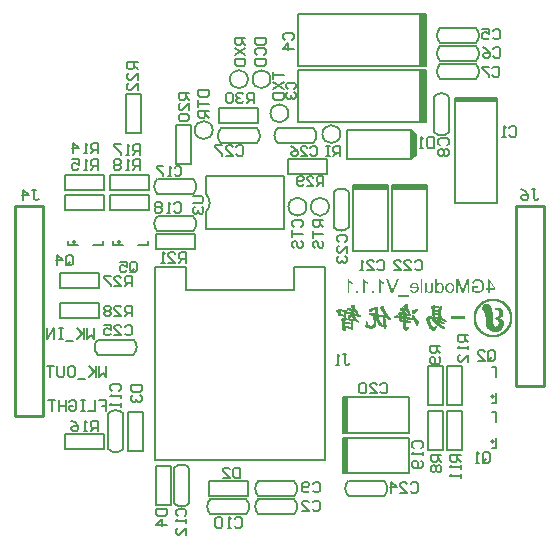
<source format=gbo>
%FSLAX25Y25*%
%MOIN*%
G70*
G01*
G75*
G04 Layer_Color=32896*
%ADD10R,0.07874X0.07874*%
%ADD11R,0.02362X0.07874*%
%ADD12R,0.07874X0.02362*%
%ADD13R,0.11811X0.04213*%
%ADD14R,0.37008X0.27559*%
%ADD15R,0.03500X0.03000*%
%ADD16R,0.12992X0.07087*%
%ADD17R,0.04134X0.08661*%
%ADD18R,0.03937X0.04331*%
%ADD19R,0.03000X0.03500*%
%ADD20R,0.04331X0.03937*%
%ADD21R,0.08661X0.04134*%
%ADD22R,0.02362X0.04299*%
%ADD23R,0.01575X0.03937*%
%ADD24R,0.07874X0.03937*%
%ADD25C,0.01500*%
%ADD26C,0.01000*%
%ADD27C,0.02000*%
%ADD28C,0.07000*%
%ADD29C,0.03150*%
%ADD30C,0.04000*%
%ADD31C,0.06000*%
%ADD32R,0.06000X0.06000*%
%ADD33C,0.02500*%
%ADD34R,0.01181X0.04724*%
%ADD35C,0.04000*%
%ADD36R,0.04921X0.07874*%
%ADD37R,0.03150X0.05118*%
%ADD38R,0.05906X0.06693*%
%ADD39R,0.04724X0.09843*%
%ADD40R,0.09449X0.10236*%
%ADD41R,0.09449X0.07087*%
%ADD42R,0.09843X0.04724*%
%ADD43R,0.04299X0.02362*%
%ADD44O,0.01181X0.04724*%
%ADD45C,0.01600*%
%ADD46C,0.00500*%
%ADD47C,0.00787*%
%ADD48C,0.00800*%
%ADD49C,0.00600*%
%ADD50C,0.00700*%
%ADD51R,0.62598X0.35433*%
%ADD52C,0.00100*%
%ADD53R,0.01181X0.08412*%
%ADD54R,0.01300X0.11811*%
%ADD55R,0.01870X0.17323*%
%ADD56R,0.13988X0.01000*%
%ADD57R,0.11811X0.01300*%
G36*
X114739Y83000D02*
X114111D01*
Y83628D01*
X114739D01*
Y83000D01*
D02*
G37*
G36*
X145385Y86319D02*
X145494Y86313D01*
X145693Y86272D01*
X145870Y86210D01*
X145945Y86176D01*
X146014Y86149D01*
X146082Y86115D01*
X146136Y86080D01*
X146184Y86046D01*
X146225Y86019D01*
X146259Y85998D01*
X146280Y85978D01*
X146294Y85971D01*
X146300Y85964D01*
X146389Y85875D01*
X146464Y85780D01*
X146533Y85677D01*
X146587Y85568D01*
X146635Y85459D01*
X146676Y85350D01*
X146710Y85240D01*
X146738Y85131D01*
X146758Y85028D01*
X146772Y84933D01*
X146785Y84851D01*
X146792Y84776D01*
Y84714D01*
X146799Y84667D01*
Y84639D01*
Y84626D01*
X146792Y84475D01*
X146779Y84332D01*
X146758Y84202D01*
X146731Y84079D01*
X146703Y83970D01*
X146669Y83861D01*
X146628Y83772D01*
X146587Y83683D01*
X146553Y83608D01*
X146512Y83546D01*
X146478Y83492D01*
X146444Y83444D01*
X146423Y83410D01*
X146403Y83382D01*
X146389Y83369D01*
X146382Y83362D01*
X146300Y83287D01*
X146212Y83219D01*
X146123Y83157D01*
X146027Y83109D01*
X145938Y83068D01*
X145843Y83034D01*
X145672Y82980D01*
X145590Y82959D01*
X145515Y82945D01*
X145447Y82938D01*
X145392Y82932D01*
X145344Y82925D01*
X145276D01*
X145119Y82932D01*
X144975Y82959D01*
X144846Y82986D01*
X144729Y83027D01*
X144634Y83061D01*
X144559Y83096D01*
X144532Y83102D01*
X144511Y83116D01*
X144504Y83123D01*
X144497D01*
X144368Y83205D01*
X144258Y83294D01*
X144163Y83382D01*
X144088Y83471D01*
X144026Y83553D01*
X143978Y83615D01*
X143951Y83662D01*
X143944Y83669D01*
Y83676D01*
X143883Y83820D01*
X143835Y83983D01*
X143801Y84147D01*
X143773Y84304D01*
X143766Y84380D01*
X143760Y84448D01*
Y84509D01*
X143753Y84564D01*
Y84605D01*
Y84639D01*
Y84660D01*
Y84667D01*
X143760Y84810D01*
X143773Y84940D01*
X143794Y85070D01*
X143821Y85186D01*
X143855Y85295D01*
X143889Y85391D01*
X143930Y85486D01*
X143965Y85568D01*
X144006Y85636D01*
X144046Y85705D01*
X144081Y85759D01*
X144115Y85800D01*
X144142Y85834D01*
X144163Y85862D01*
X144176Y85875D01*
X144183Y85882D01*
X144265Y85957D01*
X144354Y86026D01*
X144443Y86087D01*
X144532Y86142D01*
X144627Y86183D01*
X144716Y86217D01*
X144887Y86272D01*
X144969Y86292D01*
X145044Y86306D01*
X145105Y86313D01*
X145167Y86319D01*
X145214Y86326D01*
X145276D01*
X145385Y86319D01*
D02*
G37*
G36*
X139634Y84229D02*
Y84106D01*
X139628Y84004D01*
Y83915D01*
X139621Y83840D01*
X139614Y83785D01*
Y83751D01*
X139607Y83724D01*
Y83717D01*
X139586Y83628D01*
X139559Y83553D01*
X139532Y83485D01*
X139498Y83424D01*
X139477Y83376D01*
X139457Y83335D01*
X139443Y83314D01*
X139436Y83307D01*
X139382Y83246D01*
X139327Y83198D01*
X139266Y83150D01*
X139204Y83109D01*
X139149Y83075D01*
X139108Y83055D01*
X139081Y83041D01*
X139067Y83034D01*
X138972Y83000D01*
X138876Y82973D01*
X138787Y82952D01*
X138706Y82938D01*
X138630Y82932D01*
X138576Y82925D01*
X138528D01*
X138412Y82932D01*
X138296Y82945D01*
X138193Y82973D01*
X138091Y83014D01*
X138002Y83055D01*
X137913Y83096D01*
X137838Y83150D01*
X137770Y83198D01*
X137708Y83246D01*
X137654Y83301D01*
X137606Y83341D01*
X137565Y83389D01*
X137538Y83424D01*
X137517Y83451D01*
X137503Y83464D01*
X137497Y83471D01*
Y83000D01*
X137005D01*
Y86251D01*
X137558D01*
Y84503D01*
X137565Y84359D01*
X137572Y84229D01*
X137585Y84120D01*
X137606Y84031D01*
X137626Y83956D01*
X137640Y83908D01*
X137647Y83881D01*
X137654Y83867D01*
X137695Y83792D01*
X137736Y83724D01*
X137790Y83662D01*
X137838Y83615D01*
X137886Y83574D01*
X137927Y83546D01*
X137954Y83526D01*
X137961Y83519D01*
X138043Y83478D01*
X138125Y83451D01*
X138200Y83424D01*
X138268Y83410D01*
X138330Y83403D01*
X138378Y83396D01*
X138419D01*
X138507Y83403D01*
X138589Y83417D01*
X138658Y83437D01*
X138719Y83458D01*
X138767Y83478D01*
X138801Y83499D01*
X138828Y83512D01*
X138835Y83519D01*
X138890Y83567D01*
X138938Y83622D01*
X138979Y83683D01*
X139006Y83738D01*
X139026Y83785D01*
X139040Y83826D01*
X139054Y83854D01*
Y83861D01*
X139061Y83929D01*
X139067Y84018D01*
X139074Y84113D01*
Y84209D01*
X139081Y84298D01*
Y84373D01*
Y84400D01*
Y84421D01*
Y84434D01*
Y84441D01*
Y86251D01*
X139634D01*
Y84229D01*
D02*
G37*
G36*
X133542Y86319D02*
X133658Y86306D01*
X133767Y86285D01*
X133870Y86258D01*
X133972Y86217D01*
X134061Y86183D01*
X134143Y86142D01*
X134218Y86101D01*
X134286Y86053D01*
X134341Y86012D01*
X134396Y85978D01*
X134437Y85944D01*
X134471Y85910D01*
X134491Y85889D01*
X134505Y85875D01*
X134512Y85869D01*
X134587Y85780D01*
X134649Y85684D01*
X134703Y85582D01*
X134751Y85479D01*
X134792Y85370D01*
X134826Y85268D01*
X134874Y85063D01*
X134894Y84967D01*
X134908Y84878D01*
X134915Y84796D01*
X134922Y84728D01*
X134929Y84673D01*
Y84626D01*
Y84598D01*
Y84591D01*
X134922Y84448D01*
X134908Y84311D01*
X134888Y84182D01*
X134860Y84066D01*
X134833Y83956D01*
X134799Y83854D01*
X134758Y83765D01*
X134717Y83683D01*
X134683Y83608D01*
X134642Y83540D01*
X134608Y83485D01*
X134573Y83444D01*
X134553Y83410D01*
X134532Y83382D01*
X134519Y83369D01*
X134512Y83362D01*
X134430Y83287D01*
X134341Y83219D01*
X134252Y83157D01*
X134157Y83109D01*
X134068Y83068D01*
X133972Y83034D01*
X133795Y82980D01*
X133706Y82959D01*
X133631Y82945D01*
X133563Y82938D01*
X133501Y82932D01*
X133453Y82925D01*
X133385D01*
X133180Y82938D01*
X133002Y82966D01*
X132838Y83014D01*
X132709Y83061D01*
X132647Y83089D01*
X132599Y83109D01*
X132559Y83137D01*
X132524Y83157D01*
X132490Y83171D01*
X132470Y83184D01*
X132463Y83198D01*
X132456D01*
X132333Y83307D01*
X132224Y83437D01*
X132142Y83567D01*
X132073Y83690D01*
X132019Y83806D01*
X131998Y83854D01*
X131985Y83895D01*
X131971Y83929D01*
X131964Y83956D01*
X131957Y83970D01*
Y83977D01*
X132524Y84052D01*
X132579Y83929D01*
X132634Y83820D01*
X132688Y83731D01*
X132743Y83662D01*
X132791Y83601D01*
X132832Y83567D01*
X132859Y83540D01*
X132866Y83533D01*
X132948Y83478D01*
X133037Y83444D01*
X133125Y83417D01*
X133207Y83396D01*
X133276Y83382D01*
X133330Y83376D01*
X133385D01*
X133528Y83389D01*
X133658Y83417D01*
X133774Y83464D01*
X133877Y83519D01*
X133952Y83567D01*
X134013Y83615D01*
X134047Y83642D01*
X134061Y83656D01*
X134150Y83772D01*
X134225Y83908D01*
X134273Y84045D01*
X134314Y84175D01*
X134341Y84298D01*
X134348Y84346D01*
X134355Y84393D01*
Y84427D01*
X134362Y84462D01*
Y84475D01*
Y84482D01*
X131944D01*
X131937Y84544D01*
Y84591D01*
Y84619D01*
Y84626D01*
X131944Y84776D01*
X131957Y84912D01*
X131978Y85042D01*
X131998Y85158D01*
X132033Y85274D01*
X132067Y85377D01*
X132108Y85466D01*
X132142Y85554D01*
X132183Y85629D01*
X132224Y85691D01*
X132258Y85746D01*
X132285Y85794D01*
X132313Y85828D01*
X132333Y85855D01*
X132347Y85869D01*
X132354Y85875D01*
X132436Y85957D01*
X132518Y86026D01*
X132606Y86087D01*
X132695Y86135D01*
X132784Y86183D01*
X132873Y86217D01*
X133037Y86272D01*
X133118Y86292D01*
X133187Y86306D01*
X133255Y86313D01*
X133310Y86319D01*
X133358Y86326D01*
X133419D01*
X133542Y86319D01*
D02*
G37*
G36*
X119964Y83000D02*
X119336D01*
Y83628D01*
X119964D01*
Y83000D01*
D02*
G37*
G36*
X136151D02*
X135598D01*
Y87487D01*
X136151D01*
Y83000D01*
D02*
G37*
G36*
X160500Y84578D02*
Y84072D01*
X158553D01*
Y83000D01*
X158000D01*
Y84072D01*
X157392D01*
Y84578D01*
X158000D01*
Y87480D01*
X158451D01*
X160500Y84578D01*
D02*
G37*
G36*
X154763Y87549D02*
X154981Y87521D01*
X155186Y87474D01*
X155275Y87446D01*
X155357Y87426D01*
X155432Y87398D01*
X155500Y87371D01*
X155562Y87351D01*
X155610Y87323D01*
X155644Y87310D01*
X155678Y87296D01*
X155692Y87282D01*
X155699D01*
X155794Y87228D01*
X155876Y87166D01*
X156040Y87037D01*
X156170Y86900D01*
X156286Y86763D01*
X156368Y86634D01*
X156402Y86586D01*
X156436Y86538D01*
X156457Y86497D01*
X156470Y86470D01*
X156484Y86449D01*
Y86442D01*
X156573Y86231D01*
X156641Y86012D01*
X156689Y85807D01*
X156723Y85616D01*
X156737Y85534D01*
X156744Y85459D01*
X156750Y85391D01*
Y85329D01*
X156757Y85281D01*
Y85247D01*
Y85227D01*
Y85220D01*
X156744Y84981D01*
X156716Y84755D01*
X156668Y84550D01*
X156648Y84455D01*
X156621Y84373D01*
X156593Y84291D01*
X156573Y84223D01*
X156545Y84161D01*
X156525Y84113D01*
X156511Y84072D01*
X156498Y84045D01*
X156484Y84025D01*
Y84018D01*
X156368Y83833D01*
X156238Y83669D01*
X156108Y83526D01*
X155972Y83410D01*
X155856Y83321D01*
X155808Y83287D01*
X155760Y83259D01*
X155726Y83232D01*
X155692Y83219D01*
X155678Y83212D01*
X155671Y83205D01*
X155466Y83109D01*
X155255Y83041D01*
X155057Y82993D01*
X154865Y82959D01*
X154783Y82945D01*
X154708Y82938D01*
X154640Y82932D01*
X154578D01*
X154531Y82925D01*
X154469D01*
X154291Y82932D01*
X154114Y82952D01*
X153957Y82980D01*
X153813Y83014D01*
X153752Y83027D01*
X153691Y83041D01*
X153643Y83055D01*
X153602Y83068D01*
X153568Y83082D01*
X153540Y83089D01*
X153527Y83096D01*
X153520D01*
X153349Y83171D01*
X153178Y83253D01*
X153028Y83341D01*
X152891Y83424D01*
X152775Y83505D01*
X152727Y83533D01*
X152687Y83567D01*
X152652Y83587D01*
X152632Y83608D01*
X152618Y83615D01*
X152611Y83622D01*
Y85288D01*
X154510D01*
Y84762D01*
X153192D01*
Y83915D01*
X153274Y83854D01*
X153363Y83792D01*
X153451Y83738D01*
X153540Y83690D01*
X153622Y83649D01*
X153691Y83622D01*
X153718Y83608D01*
X153738Y83601D01*
X153745Y83594D01*
X153752D01*
X153889Y83546D01*
X154025Y83512D01*
X154155Y83485D01*
X154264Y83471D01*
X154360Y83458D01*
X154435Y83451D01*
X154503D01*
X154667Y83458D01*
X154824Y83478D01*
X154961Y83512D01*
X155091Y83546D01*
X155193Y83581D01*
X155241Y83601D01*
X155275Y83615D01*
X155302Y83622D01*
X155323Y83635D01*
X155336Y83642D01*
X155343D01*
X155480Y83724D01*
X155603Y83820D01*
X155705Y83922D01*
X155787Y84018D01*
X155849Y84106D01*
X155897Y84175D01*
X155917Y84202D01*
X155931Y84223D01*
X155938Y84236D01*
Y84243D01*
X156006Y84407D01*
X156054Y84571D01*
X156095Y84742D01*
X156115Y84906D01*
X156122Y84974D01*
X156129Y85042D01*
X156136Y85104D01*
Y85151D01*
X156142Y85199D01*
Y85227D01*
Y85247D01*
Y85254D01*
X156136Y85431D01*
X156115Y85602D01*
X156088Y85752D01*
X156054Y85889D01*
X156026Y85998D01*
X156013Y86046D01*
X155999Y86080D01*
X155985Y86115D01*
X155979Y86135D01*
X155972Y86149D01*
Y86155D01*
X155931Y86244D01*
X155890Y86326D01*
X155842Y86401D01*
X155794Y86470D01*
X155753Y86524D01*
X155719Y86565D01*
X155699Y86593D01*
X155692Y86599D01*
X155617Y86674D01*
X155541Y86736D01*
X155459Y86791D01*
X155384Y86839D01*
X155316Y86879D01*
X155261Y86907D01*
X155227Y86920D01*
X155214Y86927D01*
X155097Y86968D01*
X154981Y87002D01*
X154858Y87023D01*
X154749Y87043D01*
X154654Y87050D01*
X154578Y87057D01*
X154510D01*
X154387Y87050D01*
X154271Y87037D01*
X154169Y87016D01*
X154080Y86996D01*
X154005Y86975D01*
X153943Y86955D01*
X153909Y86941D01*
X153895Y86934D01*
X153793Y86886D01*
X153711Y86839D01*
X153636Y86784D01*
X153574Y86736D01*
X153527Y86688D01*
X153492Y86654D01*
X153472Y86627D01*
X153465Y86620D01*
X153410Y86538D01*
X153363Y86449D01*
X153322Y86360D01*
X153287Y86278D01*
X153260Y86196D01*
X153233Y86135D01*
X153226Y86094D01*
X153219Y86087D01*
Y86080D01*
X152680Y86231D01*
X152727Y86395D01*
X152782Y86538D01*
X152837Y86661D01*
X152891Y86763D01*
X152946Y86852D01*
X152987Y86914D01*
X153014Y86948D01*
X153021Y86961D01*
X153110Y87064D01*
X153212Y87146D01*
X153315Y87221D01*
X153417Y87282D01*
X153506Y87337D01*
X153574Y87371D01*
X153602Y87385D01*
X153622Y87392D01*
X153636Y87398D01*
X153643D01*
X153793Y87453D01*
X153943Y87494D01*
X154094Y87521D01*
X154223Y87542D01*
X154339Y87556D01*
X154394D01*
X154435Y87562D01*
X154517D01*
X154763Y87549D01*
D02*
G37*
G36*
X111652Y87398D02*
X111727Y87289D01*
X111809Y87187D01*
X111891Y87091D01*
X111966Y87016D01*
X112028Y86955D01*
X112068Y86914D01*
X112075Y86907D01*
X112082Y86900D01*
X112212Y86791D01*
X112348Y86688D01*
X112485Y86599D01*
X112608Y86524D01*
X112717Y86463D01*
X112765Y86442D01*
X112806Y86422D01*
X112833Y86401D01*
X112861Y86388D01*
X112874Y86381D01*
X112881D01*
Y85841D01*
X112786Y85882D01*
X112683Y85930D01*
X112588Y85971D01*
X112499Y86019D01*
X112424Y86060D01*
X112362Y86094D01*
X112321Y86121D01*
X112314Y86128D01*
X112308D01*
X112191Y86196D01*
X112089Y86272D01*
X112000Y86333D01*
X111925Y86395D01*
X111864Y86442D01*
X111816Y86476D01*
X111788Y86504D01*
X111782Y86511D01*
Y83000D01*
X111228D01*
Y87508D01*
X111590D01*
X111652Y87398D01*
D02*
G37*
G36*
X116877D02*
X116952Y87289D01*
X117034Y87187D01*
X117116Y87091D01*
X117191Y87016D01*
X117252Y86955D01*
X117293Y86914D01*
X117300Y86907D01*
X117307Y86900D01*
X117437Y86791D01*
X117573Y86688D01*
X117710Y86599D01*
X117833Y86524D01*
X117942Y86463D01*
X117990Y86442D01*
X118031Y86422D01*
X118058Y86401D01*
X118086Y86388D01*
X118099Y86381D01*
X118106D01*
Y85841D01*
X118011Y85882D01*
X117908Y85930D01*
X117813Y85971D01*
X117724Y86019D01*
X117649Y86060D01*
X117587Y86094D01*
X117546Y86121D01*
X117539Y86128D01*
X117533D01*
X117416Y86196D01*
X117314Y86272D01*
X117225Y86333D01*
X117150Y86395D01*
X117088Y86442D01*
X117041Y86476D01*
X117013Y86504D01*
X117007Y86511D01*
Y83000D01*
X116453D01*
Y87508D01*
X116815D01*
X116877Y87398D01*
D02*
G37*
G36*
X122102D02*
X122177Y87289D01*
X122259Y87187D01*
X122341Y87091D01*
X122416Y87016D01*
X122477Y86955D01*
X122518Y86914D01*
X122525Y86907D01*
X122532Y86900D01*
X122662Y86791D01*
X122798Y86688D01*
X122935Y86599D01*
X123058Y86524D01*
X123167Y86463D01*
X123215Y86442D01*
X123256Y86422D01*
X123283Y86401D01*
X123311Y86388D01*
X123324Y86381D01*
X123331D01*
Y85841D01*
X123235Y85882D01*
X123133Y85930D01*
X123037Y85971D01*
X122949Y86019D01*
X122873Y86060D01*
X122812Y86094D01*
X122771Y86121D01*
X122764Y86128D01*
X122757D01*
X122641Y86196D01*
X122539Y86272D01*
X122450Y86333D01*
X122375Y86395D01*
X122313Y86442D01*
X122266Y86476D01*
X122238Y86504D01*
X122231Y86511D01*
Y83000D01*
X121678D01*
Y87508D01*
X122040D01*
X122102Y87398D01*
D02*
G37*
G36*
X131773Y81757D02*
X128126D01*
Y82153D01*
X131773D01*
Y81757D01*
D02*
G37*
G36*
X126432Y83000D02*
X125824D01*
X124069Y87487D01*
X124670D01*
X125886Y84229D01*
X125933Y84093D01*
X125981Y83956D01*
X126022Y83833D01*
X126056Y83724D01*
X126084Y83628D01*
X126104Y83553D01*
X126111Y83526D01*
X126118Y83505D01*
X126125Y83499D01*
Y83492D01*
X126200Y83751D01*
X126241Y83874D01*
X126282Y83990D01*
X126316Y84086D01*
X126336Y84161D01*
X126350Y84188D01*
X126357Y84209D01*
X126364Y84223D01*
Y84229D01*
X127525Y87487D01*
X128174D01*
X126432Y83000D01*
D02*
G37*
G36*
X151758D02*
X151184D01*
Y86818D01*
X149893Y83000D01*
X149360D01*
X148049Y86756D01*
Y83000D01*
X147475D01*
Y87487D01*
X148281D01*
X149353Y84366D01*
X149408Y84195D01*
X149463Y84052D01*
X149504Y83929D01*
X149531Y83826D01*
X149558Y83751D01*
X149579Y83697D01*
X149586Y83662D01*
X149592Y83649D01*
X149620Y83738D01*
X149654Y83847D01*
X149688Y83956D01*
X149722Y84066D01*
X149756Y84161D01*
X149784Y84236D01*
X149791Y84270D01*
X149797Y84291D01*
X149804Y84304D01*
Y84311D01*
X150870Y87487D01*
X151758D01*
Y83000D01*
D02*
G37*
G36*
X141048Y85875D02*
X141103Y85944D01*
X141164Y86012D01*
X141233Y86067D01*
X141287Y86108D01*
X141342Y86149D01*
X141383Y86176D01*
X141410Y86190D01*
X141424Y86196D01*
X141513Y86237D01*
X141601Y86272D01*
X141690Y86292D01*
X141765Y86313D01*
X141840Y86319D01*
X141895Y86326D01*
X141943D01*
X142086Y86319D01*
X142223Y86292D01*
X142346Y86258D01*
X142455Y86224D01*
X142544Y86183D01*
X142612Y86149D01*
X142653Y86121D01*
X142660Y86115D01*
X142667D01*
X142783Y86026D01*
X142879Y85930D01*
X142961Y85828D01*
X143029Y85725D01*
X143084Y85636D01*
X143118Y85568D01*
X143131Y85541D01*
X143145Y85520D01*
X143152Y85507D01*
Y85500D01*
X143206Y85350D01*
X143241Y85192D01*
X143268Y85049D01*
X143288Y84912D01*
X143302Y84796D01*
Y84742D01*
X143309Y84701D01*
Y84667D01*
Y84639D01*
Y84626D01*
Y84619D01*
X143302Y84434D01*
X143282Y84270D01*
X143254Y84120D01*
X143220Y83990D01*
X143186Y83881D01*
X143172Y83833D01*
X143159Y83799D01*
X143145Y83772D01*
X143138Y83751D01*
X143131Y83738D01*
Y83731D01*
X143056Y83594D01*
X142981Y83478D01*
X142892Y83376D01*
X142817Y83294D01*
X142742Y83225D01*
X142687Y83178D01*
X142646Y83143D01*
X142640Y83137D01*
X142633D01*
X142510Y83068D01*
X142380Y83014D01*
X142264Y82980D01*
X142148Y82952D01*
X142059Y82938D01*
X141984Y82932D01*
X141956Y82925D01*
X141916D01*
X141806Y82932D01*
X141704Y82945D01*
X141608Y82966D01*
X141519Y83000D01*
X141444Y83034D01*
X141369Y83075D01*
X141301Y83123D01*
X141239Y83164D01*
X141185Y83212D01*
X141137Y83253D01*
X141096Y83294D01*
X141069Y83328D01*
X141041Y83362D01*
X141021Y83382D01*
X141014Y83396D01*
X141007Y83403D01*
Y83000D01*
X140495D01*
Y87487D01*
X141048D01*
Y85875D01*
D02*
G37*
%LPC*%
G36*
X158553Y86586D02*
Y84578D01*
X159960D01*
X158553Y86586D01*
D02*
G37*
G36*
X133446Y85875D02*
X133412D01*
X133337Y85869D01*
X133262Y85862D01*
X133132Y85828D01*
X133016Y85773D01*
X132914Y85711D01*
X132838Y85650D01*
X132777Y85602D01*
X132743Y85561D01*
X132729Y85554D01*
Y85548D01*
X132668Y85466D01*
X132627Y85363D01*
X132586Y85261D01*
X132559Y85165D01*
X132538Y85076D01*
X132524Y85001D01*
Y84974D01*
X132518Y84953D01*
Y84940D01*
Y84933D01*
X134334D01*
X134314Y85083D01*
X134280Y85220D01*
X134232Y85336D01*
X134184Y85431D01*
X134136Y85513D01*
X134095Y85568D01*
X134068Y85602D01*
X134054Y85616D01*
X133952Y85705D01*
X133843Y85766D01*
X133740Y85814D01*
X133638Y85841D01*
X133549Y85862D01*
X133474Y85869D01*
X133446Y85875D01*
D02*
G37*
G36*
X141922Y85869D02*
X141820D01*
X141752Y85855D01*
X141629Y85821D01*
X141519Y85766D01*
X141431Y85711D01*
X141356Y85657D01*
X141301Y85602D01*
X141267Y85568D01*
X141253Y85561D01*
Y85554D01*
X141205Y85493D01*
X141164Y85425D01*
X141103Y85268D01*
X141055Y85104D01*
X141028Y84947D01*
X141007Y84796D01*
X141000Y84735D01*
Y84680D01*
X140993Y84632D01*
Y84598D01*
Y84578D01*
Y84571D01*
Y84462D01*
X141007Y84359D01*
X141014Y84263D01*
X141034Y84175D01*
X141055Y84093D01*
X141076Y84018D01*
X141096Y83949D01*
X141116Y83895D01*
X141144Y83840D01*
X141164Y83792D01*
X141185Y83758D01*
X141205Y83724D01*
X141226Y83704D01*
X141233Y83683D01*
X141246Y83676D01*
Y83669D01*
X141294Y83615D01*
X141342Y83574D01*
X141451Y83499D01*
X141554Y83451D01*
X141649Y83410D01*
X141731Y83389D01*
X141799Y83382D01*
X141827Y83376D01*
X141861D01*
X141929Y83382D01*
X141991Y83389D01*
X142114Y83424D01*
X142216Y83471D01*
X142305Y83533D01*
X142380Y83587D01*
X142435Y83635D01*
X142469Y83669D01*
X142482Y83683D01*
X142530Y83745D01*
X142571Y83813D01*
X142633Y83956D01*
X142681Y84113D01*
X142708Y84263D01*
X142728Y84407D01*
X142735Y84462D01*
Y84516D01*
X142742Y84557D01*
Y84591D01*
Y84612D01*
Y84619D01*
Y84735D01*
X142728Y84844D01*
X142721Y84947D01*
X142701Y85042D01*
X142687Y85124D01*
X142667Y85206D01*
X142640Y85274D01*
X142619Y85336D01*
X142599Y85391D01*
X142571Y85438D01*
X142551Y85479D01*
X142537Y85513D01*
X142517Y85534D01*
X142510Y85554D01*
X142496Y85568D01*
X142448Y85623D01*
X142401Y85671D01*
X142298Y85739D01*
X142196Y85794D01*
X142100Y85834D01*
X142018Y85855D01*
X141950Y85862D01*
X141922Y85869D01*
D02*
G37*
G36*
X145317D02*
X145201D01*
X145133Y85855D01*
X145003Y85821D01*
X144887Y85766D01*
X144784Y85711D01*
X144709Y85657D01*
X144648Y85602D01*
X144613Y85568D01*
X144600Y85561D01*
Y85554D01*
X144504Y85425D01*
X144436Y85281D01*
X144388Y85124D01*
X144354Y84981D01*
X144333Y84844D01*
X144327Y84790D01*
Y84742D01*
X144320Y84694D01*
Y84667D01*
Y84646D01*
Y84639D01*
Y84523D01*
X144333Y84414D01*
X144347Y84311D01*
X144361Y84223D01*
X144381Y84134D01*
X144409Y84052D01*
X144429Y83983D01*
X144456Y83922D01*
X144484Y83867D01*
X144504Y83820D01*
X144532Y83779D01*
X144552Y83745D01*
X144566Y83717D01*
X144579Y83697D01*
X144593Y83690D01*
Y83683D01*
X144648Y83628D01*
X144702Y83581D01*
X144811Y83505D01*
X144928Y83451D01*
X145037Y83417D01*
X145133Y83389D01*
X145208Y83382D01*
X145235Y83376D01*
X145276D01*
X145351Y83382D01*
X145426Y83389D01*
X145556Y83424D01*
X145679Y83471D01*
X145774Y83533D01*
X145856Y83587D01*
X145918Y83635D01*
X145952Y83669D01*
X145966Y83683D01*
X146014Y83745D01*
X146054Y83813D01*
X146123Y83963D01*
X146164Y84120D01*
X146198Y84270D01*
X146219Y84407D01*
X146225Y84468D01*
Y84516D01*
X146232Y84557D01*
Y84591D01*
Y84612D01*
Y84619D01*
Y84735D01*
X146219Y84837D01*
X146205Y84940D01*
X146191Y85028D01*
X146171Y85117D01*
X146150Y85192D01*
X146123Y85261D01*
X146096Y85322D01*
X146075Y85377D01*
X146048Y85425D01*
X146027Y85466D01*
X146007Y85500D01*
X145993Y85520D01*
X145979Y85541D01*
X145966Y85554D01*
X145911Y85609D01*
X145856Y85657D01*
X145740Y85739D01*
X145624Y85794D01*
X145515Y85828D01*
X145419Y85855D01*
X145344Y85862D01*
X145317Y85869D01*
D02*
G37*
%LPD*%
D26*
X9724Y42000D02*
Y112000D01*
X276Y42000D02*
X9724D01*
X276D02*
Y112000D01*
X9724D01*
X167276D02*
X176724D01*
X167276Y52000D02*
Y112000D01*
Y52000D02*
X176724D01*
Y112000D01*
D46*
X99762Y132919D02*
G03*
X99762Y137869I-2475J2475D01*
G01*
X87813D02*
G03*
X87813Y132919I2475J-2475D01*
G01*
X69002Y137869D02*
G03*
X69002Y132919I2475J-2475D01*
G01*
X80951D02*
G03*
X80951Y137869I-2475J2475D01*
G01*
X47766Y120912D02*
G03*
X47766Y115962I2475J-2475D01*
G01*
X59716D02*
G03*
X59716Y120912I-2475J2475D01*
G01*
X153975Y160344D02*
G03*
X153975Y165294I-2475J2475D01*
G01*
X142025D02*
G03*
X142025Y160344I2475J-2475D01*
G01*
X153975Y166344D02*
G03*
X153975Y171294I-2475J2475D01*
G01*
X142025D02*
G03*
X142025Y166344I2475J-2475D01*
G01*
X153975Y154344D02*
G03*
X153975Y159294I-2475J2475D01*
G01*
X142025D02*
G03*
X142025Y154344I2475J-2475D01*
G01*
X144975Y148475D02*
G03*
X140025Y148475I-2475J-2475D01*
G01*
Y136525D02*
G03*
X144975Y136525I2475J2475D01*
G01*
X59716Y103565D02*
G03*
X59716Y108515I-2475J2475D01*
G01*
X47766D02*
G03*
X47766Y103565I2475J-2475D01*
G01*
X93365Y9265D02*
G03*
X93365Y14215I-2475J2475D01*
G01*
X81415D02*
G03*
X81415Y9265I2475J-2475D01*
G01*
X93365Y15265D02*
G03*
X93365Y20215I-2475J2475D01*
G01*
X81415D02*
G03*
X81415Y15265I2475J-2475D01*
G01*
X65415Y14215D02*
G03*
X65415Y9265I2475J-2475D01*
G01*
X77365D02*
G03*
X77365Y14215I-2475J2475D01*
G01*
X31415Y30899D02*
G03*
X36365Y30899I2475J2475D01*
G01*
Y42849D02*
G03*
X31415Y42849I-2475J-2475D01*
G01*
X58365Y24715D02*
G03*
X53415Y24715I-2475J-2475D01*
G01*
Y12765D02*
G03*
X58365Y12765I2475J2475D01*
G01*
X111538Y116715D02*
G03*
X106588Y116715I-2475J-2475D01*
G01*
Y104765D02*
G03*
X111538Y104765I2475J2475D01*
G01*
X111435Y20258D02*
G03*
X111435Y15309I2475J-2475D01*
G01*
X123384D02*
G03*
X123384Y20258I-2475J2475D01*
G01*
X35563Y100024D02*
G03*
X35563Y100024I-500J0D01*
G01*
X20563Y100024D02*
G03*
X20563Y100024I-500J0D01*
G01*
X27915Y67341D02*
G03*
X27915Y62391I2475J-2475D01*
G01*
X39865D02*
G03*
X39865Y67341I-2475J2475D01*
G01*
X160043Y33500D02*
G03*
X160043Y33500I-500J0D01*
G01*
Y48500D02*
G03*
X160043Y48500I-500J0D01*
G01*
X87887Y132894D02*
X99687D01*
X87887Y137894D02*
X99687D01*
X69076D02*
X80876D01*
X69076Y132894D02*
X80876D01*
X28500Y74500D02*
Y79500D01*
X15500Y74500D02*
Y79500D01*
Y74500D02*
X28500D01*
X15500Y79500D02*
X28500D01*
Y84500D02*
Y89500D01*
X15500Y84500D02*
Y89500D01*
Y84500D02*
X28500D01*
X15500Y89500D02*
X28500D01*
X47841Y120937D02*
X59641D01*
X47841Y115937D02*
X59641D01*
X53941Y138940D02*
X58941D01*
X53941Y125940D02*
X58941D01*
Y138940D01*
X53941Y125940D02*
Y138940D01*
X142100Y160319D02*
X153900D01*
X142100Y165319D02*
X153900D01*
X142100Y166319D02*
X153900D01*
X142100Y171319D02*
X153900D01*
X142100Y154319D02*
X153900D01*
X142100Y159319D02*
X153900D01*
X42390Y136240D02*
Y149240D01*
X37390Y136240D02*
Y149240D01*
X42390D01*
X37390Y136240D02*
X42390D01*
X135329Y175902D02*
X137199D01*
X135329Y158579D02*
X137199D01*
Y175902D01*
X94609Y158579D02*
Y175902D01*
X135329Y158579D02*
Y175902D01*
X94609Y158579D02*
X135329D01*
X94609Y175902D02*
X135329D01*
X135329Y157402D02*
X137199D01*
X135329Y140079D02*
X137199D01*
Y157402D01*
X94609Y140079D02*
Y157402D01*
X135329Y140079D02*
Y157402D01*
X94609Y140079D02*
X135329D01*
X94609Y157402D02*
X135329D01*
X147000Y148000D02*
X161000D01*
Y113000D02*
Y147000D01*
X147000Y113000D02*
X161000D01*
X147000D02*
Y147000D01*
X160988D01*
X161000Y139000D02*
Y143000D01*
X147000Y147000D02*
Y148000D01*
X161000Y147000D02*
Y148000D01*
X145000Y136600D02*
Y148400D01*
X140000Y136600D02*
Y148400D01*
X47841Y103540D02*
X59641D01*
X47841Y108540D02*
X59641D01*
X60241Y97540D02*
Y102540D01*
X47241Y97540D02*
Y102540D01*
Y97540D02*
X60241D01*
X47241Y102540D02*
X60241D01*
X81490Y9240D02*
X93290D01*
X81490Y14240D02*
X93290D01*
X81490Y15240D02*
X93290D01*
X81490Y20240D02*
X93290D01*
X64890Y15240D02*
Y20240D01*
X77890Y15240D02*
Y20240D01*
X64890D02*
X77890D01*
X64890Y15240D02*
X77890D01*
X65490Y14240D02*
X77290D01*
X65490Y9240D02*
X77290D01*
X31390Y30974D02*
Y42774D01*
X36390Y30974D02*
Y42774D01*
X58390Y12840D02*
Y24640D01*
X53390Y12840D02*
Y24640D01*
X37890Y30374D02*
X42890D01*
X37890Y43374D02*
X42890D01*
X37890Y30374D02*
Y43374D01*
X42890Y30374D02*
Y43374D01*
X47390Y25240D02*
X52390D01*
X47390Y12240D02*
X52390D01*
Y25240D01*
X47390Y12240D02*
Y25240D01*
X111563Y104840D02*
Y116640D01*
X106563Y104840D02*
Y116640D01*
X111510Y20283D02*
X123310D01*
X111510Y15283D02*
X123310D01*
X45063Y110740D02*
Y115740D01*
X32063Y110740D02*
Y115740D01*
Y110740D02*
X45063D01*
X32063Y115740D02*
X45063D01*
X32063Y117240D02*
Y122240D01*
X45063Y117240D02*
Y122240D01*
X32063D02*
X45063D01*
X32063Y117240D02*
X45063D01*
X32898Y98768D02*
Y100343D01*
Y98768D02*
X36191D01*
X44709D02*
Y100343D01*
X41415Y98768D02*
X44709D01*
X17063Y117240D02*
Y122240D01*
X30063Y117240D02*
Y122240D01*
X17063D02*
X30063D01*
X17063Y117240D02*
X30063D01*
Y110740D02*
Y115740D01*
X17063Y110740D02*
Y115740D01*
Y110740D02*
X30063D01*
X17063Y115740D02*
X30063D01*
X17898Y98768D02*
Y100343D01*
Y98768D02*
X21191D01*
X29709D02*
Y100343D01*
X26415Y98768D02*
X29709D01*
X27990Y67366D02*
X39790D01*
X27990Y62366D02*
X39790D01*
X144500Y43500D02*
X149500D01*
X144500Y30500D02*
X149500D01*
Y43500D01*
X144500Y30500D02*
Y43500D01*
X159224Y31335D02*
X160799D01*
Y34628D01*
X159224Y43146D02*
X160799D01*
Y39852D02*
Y43146D01*
X138000Y30500D02*
X143000D01*
X138000Y43500D02*
X143000D01*
X138000Y30500D02*
Y43500D01*
X143000Y30500D02*
Y43500D01*
X16890Y30874D02*
X29890D01*
X16890Y35874D02*
X29890D01*
Y30874D02*
Y35874D01*
X16890Y30874D02*
Y35874D01*
X138000Y45500D02*
X143000D01*
X138000Y58500D02*
X143000D01*
X138000Y45500D02*
Y58500D01*
X143000Y45500D02*
Y58500D01*
X144500D02*
X149500D01*
X144500Y45500D02*
X149500D01*
Y58500D01*
X144500Y45500D02*
Y58500D01*
X159224Y46335D02*
X160799D01*
Y49628D01*
X159224Y58146D02*
X160799D01*
Y54852D02*
Y58146D01*
X68476Y139694D02*
Y144694D01*
X81476Y139694D02*
Y144694D01*
X68476D02*
X81476D01*
X68476Y139694D02*
X81476D01*
X104476Y122694D02*
Y127694D01*
X91476Y122694D02*
Y127694D01*
Y122694D02*
X104476D01*
X91476Y127694D02*
X104476D01*
D47*
X104987Y111694D02*
G03*
X104987Y111694I-3000J0D01*
G01*
X85487Y154194D02*
G03*
X85487Y154194I-3000J0D01*
G01*
X66261Y137228D02*
G03*
X66261Y137228I-3000J0D01*
G01*
X97487Y111694D02*
G03*
X97487Y111694I-3000J0D01*
G01*
X108798Y135894D02*
G03*
X108798Y135894I-3000J0D01*
G01*
X77987Y154194D02*
G03*
X77987Y154194I-3000J0D01*
G01*
X64012Y110012D02*
G03*
X64012Y115917I-2953J2953D01*
G01*
X91461Y142828D02*
G03*
X91461Y142828I-3000J0D01*
G01*
X64012Y104106D02*
Y110012D01*
Y115917D02*
Y121823D01*
X89996Y104106D02*
Y121823D01*
X64012D02*
X89996D01*
X64012Y104106D02*
X89996D01*
D48*
X111111Y127516D02*
X132371D01*
X111111Y137358D02*
X132371D01*
X111111Y127516D02*
Y137337D01*
X132371Y127516D02*
Y137358D01*
X133852Y128937D02*
Y135937D01*
X130241Y127516D02*
X132431D01*
X133792Y134997D02*
Y135937D01*
X132371Y137358D02*
X132431D01*
X133792Y135997D01*
X132431Y127516D02*
X133852Y128937D01*
X47039Y27362D02*
Y91732D01*
X103732Y27362D02*
Y91732D01*
X93496D02*
X103732D01*
X93496Y84055D02*
Y91732D01*
X57276Y84055D02*
X93496D01*
X47039Y91732D02*
X57276D01*
Y84055D02*
Y91732D01*
X47039Y27362D02*
X103732D01*
D49*
X109590Y34646D02*
X131690D01*
Y22835D02*
Y34646D01*
X109590Y22835D02*
X131690D01*
X110990D02*
Y34646D01*
X109590Y22835D02*
Y34646D01*
X125984Y118940D02*
X137795D01*
X125984Y117540D02*
X137795D01*
X125984Y96840D02*
Y118940D01*
Y96840D02*
X137795D01*
Y118940D01*
X112858Y118883D02*
X124669D01*
X112858Y117483D02*
X124669D01*
X112858Y96783D02*
Y118883D01*
Y96783D02*
X124669D01*
Y118883D01*
X109590Y36335D02*
Y48146D01*
X110990Y36335D02*
Y48146D01*
X109590Y36335D02*
X131690D01*
Y48146D01*
X109590D02*
X131690D01*
X39290Y75240D02*
Y78739D01*
X37540D01*
X36957Y78156D01*
Y76990D01*
X37540Y76407D01*
X39290D01*
X38124D02*
X36957Y75240D01*
X33458D02*
X35791D01*
X33458Y77573D01*
Y78156D01*
X34042Y78739D01*
X35208D01*
X35791Y78156D01*
X32292D02*
X31709Y78739D01*
X30543D01*
X29959Y78156D01*
Y77573D01*
X30543Y76990D01*
X29959Y76407D01*
Y75823D01*
X30543Y75240D01*
X31709D01*
X32292Y75823D01*
Y76407D01*
X31709Y76990D01*
X32292Y77573D01*
Y78156D01*
X31709Y76990D02*
X30543D01*
X39241Y85140D02*
Y88639D01*
X37492D01*
X36908Y88056D01*
Y86890D01*
X37492Y86306D01*
X39241D01*
X38075D02*
X36908Y85140D01*
X33410D02*
X35742D01*
X33410Y87473D01*
Y88056D01*
X33993Y88639D01*
X35159D01*
X35742Y88056D01*
X32243Y88639D02*
X29911D01*
Y88056D01*
X32243Y85723D01*
Y85140D01*
X74117Y131544D02*
X74701Y132127D01*
X75867D01*
X76450Y131544D01*
Y129211D01*
X75867Y128628D01*
X74701D01*
X74117Y129211D01*
X70619Y128628D02*
X72951D01*
X70619Y130961D01*
Y131544D01*
X71202Y132127D01*
X72368D01*
X72951Y131544D01*
X69452Y132127D02*
X67120D01*
Y131544D01*
X69452Y129211D01*
Y128628D01*
X98817Y131294D02*
X99351Y131827D01*
X100417D01*
X100950Y131294D01*
Y129161D01*
X100417Y128628D01*
X99351D01*
X98817Y129161D01*
X95618Y128628D02*
X97751D01*
X95618Y130761D01*
Y131294D01*
X96152Y131827D01*
X97218D01*
X97751Y131294D01*
X92419Y131827D02*
X93486Y131294D01*
X94552Y130227D01*
Y129161D01*
X94019Y128628D01*
X92953D01*
X92419Y129161D01*
Y129694D01*
X92953Y130227D01*
X94552D01*
X36967Y71716D02*
X37551Y72299D01*
X38717D01*
X39300Y71716D01*
Y69383D01*
X38717Y68800D01*
X37551D01*
X36967Y69383D01*
X33468Y68800D02*
X35801D01*
X33468Y71133D01*
Y71716D01*
X34052Y72299D01*
X35218D01*
X35801Y71716D01*
X29970Y72299D02*
X32302D01*
Y70549D01*
X31136Y71133D01*
X30553D01*
X29970Y70549D01*
Y69383D01*
X30553Y68800D01*
X31719D01*
X32302Y69383D01*
X156207Y26977D02*
Y29309D01*
X156790Y29893D01*
X157956D01*
X158539Y29309D01*
Y26977D01*
X157956Y26394D01*
X156790D01*
X157373Y27560D02*
X156207Y26394D01*
X156790D02*
X156207Y26977D01*
X155041Y26394D02*
X153874D01*
X154457D01*
Y29893D01*
X155041Y29309D01*
X158057Y60923D02*
Y63256D01*
X158640Y63839D01*
X159807D01*
X160390Y63256D01*
Y60923D01*
X159807Y60340D01*
X158640D01*
X159223Y61506D02*
X158057Y60340D01*
X158640D02*
X158057Y60923D01*
X154558Y60340D02*
X156891D01*
X154558Y62673D01*
Y63256D01*
X155141Y63839D01*
X156308D01*
X156891Y63256D01*
X142500Y29000D02*
X139001D01*
Y27251D01*
X139584Y26667D01*
X140751D01*
X141334Y27251D01*
Y29000D01*
Y27834D02*
X142500Y26667D01*
X139584Y25501D02*
X139001Y24918D01*
Y23752D01*
X139584Y23168D01*
X140167D01*
X140751Y23752D01*
X141334Y23168D01*
X141917D01*
X142500Y23752D01*
Y24918D01*
X141917Y25501D01*
X141334D01*
X140751Y24918D01*
X140167Y25501D01*
X139584D01*
X140751Y24918D02*
Y23752D01*
X142100Y65200D02*
X138601D01*
Y63451D01*
X139184Y62867D01*
X140351D01*
X140934Y63451D01*
Y65200D01*
Y64034D02*
X142100Y62867D01*
X141517Y61701D02*
X142100Y61118D01*
Y59952D01*
X141517Y59369D01*
X139184D01*
X138601Y59952D01*
Y61118D01*
X139184Y61701D01*
X139767D01*
X140351Y61118D01*
Y59369D01*
X149000Y29000D02*
X145501D01*
Y27251D01*
X146084Y26667D01*
X147251D01*
X147834Y27251D01*
Y29000D01*
Y27834D02*
X149000Y26667D01*
Y25501D02*
Y24335D01*
Y24918D01*
X145501D01*
X146084Y25501D01*
X149000Y22585D02*
Y21419D01*
Y22002D01*
X145501D01*
X146084Y22585D01*
X151500Y68800D02*
X148001D01*
Y67051D01*
X148584Y66467D01*
X149751D01*
X150334Y67051D01*
Y68800D01*
Y67634D02*
X151500Y66467D01*
Y65301D02*
Y64135D01*
Y64718D01*
X148001D01*
X148584Y65301D01*
X151500Y60053D02*
Y62385D01*
X149167Y60053D01*
X148584D01*
X148001Y60636D01*
Y61802D01*
X148584Y62385D01*
X77123Y168050D02*
X73624D01*
Y166301D01*
X74207Y165718D01*
X75373D01*
X75956Y166301D01*
Y168050D01*
Y166884D02*
X77123Y165718D01*
X73624Y164551D02*
X77123Y162219D01*
X73624D02*
X77123Y164551D01*
X73624Y161053D02*
X77123D01*
Y159303D01*
X76540Y158720D01*
X74207D01*
X73624Y159303D01*
Y161053D01*
X108800Y128500D02*
Y131999D01*
X107051D01*
X106467Y131416D01*
Y130249D01*
X107051Y129666D01*
X108800D01*
X107634D02*
X106467Y128500D01*
X105301Y131999D02*
X104135D01*
X104718D01*
Y128500D01*
X105301D01*
X104135D01*
X93272Y104961D02*
X92689Y105544D01*
Y106711D01*
X93272Y107294D01*
X95604D01*
X96187Y106711D01*
Y105544D01*
X95604Y104961D01*
X92689Y103795D02*
Y101462D01*
Y102629D01*
X96187D01*
X93272Y97963D02*
X92689Y98546D01*
Y99713D01*
X93272Y100296D01*
X93855D01*
X94438Y99713D01*
Y98546D01*
X95021Y97963D01*
X95604D01*
X96187Y98546D01*
Y99713D01*
X95604Y100296D01*
X61478Y150694D02*
X64976D01*
Y148944D01*
X64393Y148361D01*
X62061D01*
X61478Y148944D01*
Y150694D01*
Y147195D02*
Y144862D01*
Y146028D01*
X64976D01*
Y143696D02*
X61478D01*
Y141946D01*
X62061Y141363D01*
X63227D01*
X63810Y141946D01*
Y143696D01*
Y142530D02*
X64976Y141363D01*
X80487Y168085D02*
X83985D01*
Y166335D01*
X83402Y165752D01*
X81070D01*
X80487Y166335D01*
Y168085D01*
X81070Y162253D02*
X80487Y162836D01*
Y164003D01*
X81070Y164586D01*
X83402D01*
X83985Y164003D01*
Y162836D01*
X83402Y162253D01*
X80487Y161087D02*
X83985D01*
Y159337D01*
X83402Y158754D01*
X81070D01*
X80487Y159337D01*
Y161087D01*
X86378Y156694D02*
Y154361D01*
Y155527D01*
X89876D01*
X86378Y153195D02*
X89876Y150862D01*
X86378D02*
X89876Y153195D01*
X86378Y149696D02*
X89876D01*
Y147947D01*
X89293Y147363D01*
X86961D01*
X86378Y147947D01*
Y149696D01*
X103087Y107194D02*
X99589D01*
Y105444D01*
X100172Y104861D01*
X101338D01*
X101921Y105444D01*
Y107194D01*
Y106027D02*
X103087Y104861D01*
X99589Y103695D02*
Y101362D01*
Y102529D01*
X103087D01*
X100172Y97863D02*
X99589Y98447D01*
Y99613D01*
X100172Y100196D01*
X100755D01*
X101338Y99613D01*
Y98447D01*
X101921Y97863D01*
X102504D01*
X103087Y98447D01*
Y99613D01*
X102504Y100196D01*
X165167Y137916D02*
X165751Y138499D01*
X166917D01*
X167500Y137916D01*
Y135583D01*
X166917Y135000D01*
X165751D01*
X165167Y135583D01*
X164001Y135000D02*
X162835D01*
X163418D01*
Y138499D01*
X164001Y137916D01*
X99557Y13156D02*
X100140Y13739D01*
X101307D01*
X101890Y13156D01*
Y10823D01*
X101307Y10240D01*
X100140D01*
X99557Y10823D01*
X96058Y10240D02*
X98391D01*
X96058Y12573D01*
Y13156D01*
X96641Y13739D01*
X97808D01*
X98391Y13156D01*
X91311Y150961D02*
X90777Y151494D01*
Y152560D01*
X91311Y153094D01*
X93443D01*
X93976Y152560D01*
Y151494D01*
X93443Y150961D01*
X91311Y149895D02*
X90777Y149362D01*
Y148295D01*
X91311Y147762D01*
X91844D01*
X92377Y148295D01*
Y148828D01*
Y148295D01*
X92910Y147762D01*
X93443D01*
X93976Y148295D01*
Y149362D01*
X93443Y149895D01*
X90325Y167308D02*
X89742Y167891D01*
Y169057D01*
X90325Y169640D01*
X92658D01*
X93241Y169057D01*
Y167891D01*
X92658Y167308D01*
X93241Y164392D02*
X89742D01*
X91492Y166141D01*
Y163809D01*
X142084Y132167D02*
X141501Y132751D01*
Y133917D01*
X142084Y134500D01*
X144417D01*
X145000Y133917D01*
Y132751D01*
X144417Y132167D01*
X142084Y131001D02*
X141501Y130418D01*
Y129252D01*
X142084Y128669D01*
X142667D01*
X143251Y129252D01*
X143834Y128669D01*
X144417D01*
X145000Y129252D01*
Y130418D01*
X144417Y131001D01*
X143834D01*
X143251Y130418D01*
X142667Y131001D01*
X142084D01*
X143251Y130418D02*
Y129252D01*
X99667Y19416D02*
X100251Y19999D01*
X101417D01*
X102000Y19416D01*
Y17083D01*
X101417Y16500D01*
X100251D01*
X99667Y17083D01*
X98501D02*
X97918Y16500D01*
X96752D01*
X96169Y17083D01*
Y19416D01*
X96752Y19999D01*
X97918D01*
X98501Y19416D01*
Y18833D01*
X97918Y18249D01*
X96169D01*
X73557Y7656D02*
X74140Y8239D01*
X75307D01*
X75890Y7656D01*
Y5323D01*
X75307Y4740D01*
X74140D01*
X73557Y5323D01*
X72391Y4740D02*
X71225D01*
X71808D01*
Y8239D01*
X72391Y7656D01*
X69475D02*
X68892Y8239D01*
X67726D01*
X67143Y7656D01*
Y5323D01*
X67726Y4740D01*
X68892D01*
X69475Y5323D01*
Y7656D01*
X32749Y50231D02*
X32166Y50814D01*
Y51980D01*
X32749Y52564D01*
X35082D01*
X35665Y51980D01*
Y50814D01*
X35082Y50231D01*
X35665Y49065D02*
Y47898D01*
Y48482D01*
X32166D01*
X32749Y49065D01*
X35665Y46149D02*
Y44983D01*
Y45566D01*
X32166D01*
X32749Y46149D01*
X54584Y8667D02*
X54001Y9251D01*
Y10417D01*
X54584Y11000D01*
X56917D01*
X57500Y10417D01*
Y9251D01*
X56917Y8667D01*
X57500Y7501D02*
Y6335D01*
Y6918D01*
X54001D01*
X54584Y7501D01*
X57500Y2253D02*
Y4585D01*
X55167Y2253D01*
X54584D01*
X54001Y2836D01*
Y4002D01*
X54584Y4585D01*
X53267Y112616D02*
X53851Y113199D01*
X55017D01*
X55600Y112616D01*
Y110283D01*
X55017Y109700D01*
X53851D01*
X53267Y110283D01*
X52101Y109700D02*
X50935D01*
X51518D01*
Y113199D01*
X52101Y112616D01*
X49185D02*
X48602Y113199D01*
X47436D01*
X46853Y112616D01*
Y112033D01*
X47436Y111449D01*
X46853Y110866D01*
Y110283D01*
X47436Y109700D01*
X48602D01*
X49185Y110283D01*
Y110866D01*
X48602Y111449D01*
X49185Y112033D01*
Y112616D01*
X48602Y111449D02*
X47436D01*
X133374Y31108D02*
X132791Y31691D01*
Y32857D01*
X133374Y33440D01*
X135707D01*
X136290Y32857D01*
Y31691D01*
X135707Y31108D01*
X136290Y29941D02*
Y28775D01*
Y29358D01*
X132791D01*
X133374Y29941D01*
X135707Y27026D02*
X136290Y26442D01*
Y25276D01*
X135707Y24693D01*
X133374D01*
X132791Y25276D01*
Y26442D01*
X133374Y27026D01*
X133957D01*
X134540Y26442D01*
Y24693D01*
X122167Y52416D02*
X122751Y52999D01*
X123917D01*
X124500Y52416D01*
Y50083D01*
X123917Y49500D01*
X122751D01*
X122167Y50083D01*
X118669Y49500D02*
X121001D01*
X118669Y51833D01*
Y52416D01*
X119252Y52999D01*
X120418D01*
X121001Y52416D01*
X117502D02*
X116919Y52999D01*
X115753D01*
X115170Y52416D01*
Y50083D01*
X115753Y49500D01*
X116919D01*
X117502Y50083D01*
Y52416D01*
X121167Y93428D02*
X121751Y94011D01*
X122917D01*
X123500Y93428D01*
Y91095D01*
X122917Y90512D01*
X121751D01*
X121167Y91095D01*
X117669Y90512D02*
X120001D01*
X117669Y92844D01*
Y93428D01*
X118252Y94011D01*
X119418D01*
X120001Y93428D01*
X116502Y90512D02*
X115336D01*
X115919D01*
Y94011D01*
X116502Y93428D01*
X133667Y93416D02*
X134251Y93999D01*
X135417D01*
X136000Y93416D01*
Y91083D01*
X135417Y90500D01*
X134251D01*
X133667Y91083D01*
X130169Y90500D02*
X132501D01*
X130169Y92833D01*
Y93416D01*
X130752Y93999D01*
X131918D01*
X132501Y93416D01*
X126670Y90500D02*
X129002D01*
X126670Y92833D01*
Y93416D01*
X127253Y93999D01*
X128419D01*
X129002Y93416D01*
X108171Y99908D02*
X107588Y100491D01*
Y101657D01*
X108171Y102240D01*
X110503D01*
X111087Y101657D01*
Y100491D01*
X110503Y99908D01*
X111087Y96409D02*
Y98741D01*
X108754Y96409D01*
X108171D01*
X107588Y96992D01*
Y98158D01*
X108171Y98741D01*
Y95242D02*
X107588Y94659D01*
Y93493D01*
X108171Y92910D01*
X108754D01*
X109337Y93493D01*
Y94076D01*
Y93493D01*
X109920Y92910D01*
X110503D01*
X111087Y93493D01*
Y94659D01*
X110503Y95242D01*
X132207Y19309D02*
X132790Y19893D01*
X133956D01*
X134539Y19309D01*
Y16977D01*
X133956Y16394D01*
X132790D01*
X132207Y16977D01*
X128708Y16394D02*
X131041D01*
X128708Y18726D01*
Y19309D01*
X129291Y19893D01*
X130457D01*
X131041Y19309D01*
X125792Y16394D02*
Y19893D01*
X127542Y18143D01*
X125209D01*
X75390Y24739D02*
Y21240D01*
X73640D01*
X73057Y21823D01*
Y24156D01*
X73640Y24739D01*
X75390D01*
X69558Y21240D02*
X71891D01*
X69558Y23573D01*
Y24156D01*
X70142Y24739D01*
X71308D01*
X71891Y24156D01*
X39040Y52394D02*
X42539D01*
Y50644D01*
X41956Y50061D01*
X39624D01*
X39040Y50644D01*
Y52394D01*
X39624Y48895D02*
X39040Y48312D01*
Y47145D01*
X39624Y46562D01*
X40207D01*
X40790Y47145D01*
Y47729D01*
Y47145D01*
X41373Y46562D01*
X41956D01*
X42539Y47145D01*
Y48312D01*
X41956Y48895D01*
X47501Y11000D02*
X51000D01*
Y9251D01*
X50417Y8667D01*
X48084D01*
X47501Y9251D01*
Y11000D01*
X51000Y5752D02*
X47501D01*
X49251Y7501D01*
Y5169D01*
X109667Y62499D02*
X110834D01*
X110251D01*
Y59583D01*
X110834Y59000D01*
X111417D01*
X112000Y59583D01*
X108501Y59000D02*
X107335D01*
X107918D01*
Y62499D01*
X108501Y61916D01*
X17408Y92723D02*
Y95056D01*
X17991Y95639D01*
X19158D01*
X19741Y95056D01*
Y92723D01*
X19158Y92140D01*
X17991D01*
X18575Y93306D02*
X17408Y92140D01*
X17991D02*
X17408Y92723D01*
X14493Y92140D02*
Y95639D01*
X16242Y93890D01*
X13909D01*
X38707Y90477D02*
Y92809D01*
X39290Y93393D01*
X40456D01*
X41039Y92809D01*
Y90477D01*
X40456Y89894D01*
X39290D01*
X39873Y91060D02*
X38707Y89894D01*
X39290D02*
X38707Y90477D01*
X35208Y93393D02*
X37541D01*
Y91643D01*
X36374Y92226D01*
X35791D01*
X35208Y91643D01*
Y90477D01*
X35791Y89894D01*
X36957D01*
X37541Y90477D01*
X28000Y129500D02*
Y132999D01*
X26251D01*
X25667Y132416D01*
Y131249D01*
X26251Y130666D01*
X28000D01*
X26834D02*
X25667Y129500D01*
X24501D02*
X23335D01*
X23918D01*
Y132999D01*
X24501Y132416D01*
X19836Y129500D02*
Y132999D01*
X21585Y131249D01*
X19253D01*
X28000Y124000D02*
Y127499D01*
X26251D01*
X25667Y126916D01*
Y125749D01*
X26251Y125166D01*
X28000D01*
X26834D02*
X25667Y124000D01*
X24501D02*
X23335D01*
X23918D01*
Y127499D01*
X24501Y126916D01*
X19253Y127499D02*
X21585D01*
Y125749D01*
X20419Y126333D01*
X19836D01*
X19253Y125749D01*
Y124583D01*
X19836Y124000D01*
X21002D01*
X21585Y124583D01*
X27890Y36874D02*
Y40373D01*
X26140D01*
X25557Y39790D01*
Y38623D01*
X26140Y38040D01*
X27890D01*
X26724D02*
X25557Y36874D01*
X24391D02*
X23225D01*
X23808D01*
Y40373D01*
X24391Y39790D01*
X19143Y40373D02*
X20309Y39790D01*
X21475Y38623D01*
Y37457D01*
X20892Y36874D01*
X19726D01*
X19143Y37457D01*
Y38040D01*
X19726Y38623D01*
X21475D01*
X42000Y129000D02*
Y132499D01*
X40251D01*
X39667Y131916D01*
Y130749D01*
X40251Y130166D01*
X42000D01*
X40834D02*
X39667Y129000D01*
X38501D02*
X37335D01*
X37918D01*
Y132499D01*
X38501Y131916D01*
X35585Y132499D02*
X33253D01*
Y131916D01*
X35585Y129583D01*
Y129000D01*
X42000Y124000D02*
Y127499D01*
X40251D01*
X39667Y126916D01*
Y125749D01*
X40251Y125166D01*
X42000D01*
X40834D02*
X39667Y124000D01*
X38501D02*
X37335D01*
X37918D01*
Y127499D01*
X38501Y126916D01*
X35585D02*
X35002Y127499D01*
X33836D01*
X33253Y126916D01*
Y126333D01*
X33836Y125749D01*
X33253Y125166D01*
Y124583D01*
X33836Y124000D01*
X35002D01*
X35585Y124583D01*
Y125166D01*
X35002Y125749D01*
X35585Y126333D01*
Y126916D01*
X35002Y125749D02*
X33836D01*
X57310Y93000D02*
Y96499D01*
X55560D01*
X54977Y95916D01*
Y94749D01*
X55560Y94166D01*
X57310D01*
X56143D02*
X54977Y93000D01*
X51478D02*
X53811D01*
X51478Y95333D01*
Y95916D01*
X52061Y96499D01*
X53228D01*
X53811Y95916D01*
X50312Y93000D02*
X49145D01*
X49729D01*
Y96499D01*
X50312Y95916D01*
X59601Y115200D02*
X62517D01*
X63100Y114617D01*
Y113451D01*
X62517Y112867D01*
X59601D01*
X60184Y111701D02*
X59601Y111118D01*
Y109952D01*
X60184Y109369D01*
X60767D01*
X61351Y109952D01*
Y110535D01*
Y109952D01*
X61934Y109369D01*
X62517D01*
X63100Y109952D01*
Y111118D01*
X62517Y111701D01*
X159667Y170416D02*
X160251Y170999D01*
X161417D01*
X162000Y170416D01*
Y168083D01*
X161417Y167500D01*
X160251D01*
X159667Y168083D01*
X156169Y170999D02*
X158501D01*
Y169249D01*
X157335Y169833D01*
X156752D01*
X156169Y169249D01*
Y168083D01*
X156752Y167500D01*
X157918D01*
X158501Y168083D01*
X159767Y164228D02*
X160351Y164811D01*
X161517D01*
X162100Y164228D01*
Y161895D01*
X161517Y161312D01*
X160351D01*
X159767Y161895D01*
X156269Y164811D02*
X157435Y164228D01*
X158601Y163061D01*
Y161895D01*
X158018Y161312D01*
X156852D01*
X156269Y161895D01*
Y162478D01*
X156852Y163061D01*
X158601D01*
X159467Y157828D02*
X160051Y158411D01*
X161217D01*
X161800Y157828D01*
Y155495D01*
X161217Y154912D01*
X160051D01*
X159467Y155495D01*
X158301Y158411D02*
X155969D01*
Y157828D01*
X158301Y155495D01*
Y154912D01*
X139919Y134836D02*
Y131337D01*
X138170D01*
X137586Y131920D01*
Y134253D01*
X138170Y134836D01*
X139919D01*
X136420Y131337D02*
X135254D01*
X135837D01*
Y134836D01*
X136420Y134253D01*
X41200Y159800D02*
X37701D01*
Y158051D01*
X38284Y157467D01*
X39451D01*
X40034Y158051D01*
Y159800D01*
Y158634D02*
X41200Y157467D01*
Y153969D02*
Y156301D01*
X38867Y153969D01*
X38284D01*
X37701Y154552D01*
Y155718D01*
X38284Y156301D01*
X41200Y150470D02*
Y152802D01*
X38867Y150470D01*
X38284D01*
X37701Y151053D01*
Y152219D01*
X38284Y152802D01*
X53567Y124566D02*
X54101Y125099D01*
X55167D01*
X55700Y124566D01*
Y122433D01*
X55167Y121900D01*
X54101D01*
X53567Y122433D01*
X52501Y121900D02*
X51435D01*
X51968D01*
Y125099D01*
X52501Y124566D01*
X49835Y125099D02*
X47703D01*
Y124566D01*
X49835Y122433D01*
Y121900D01*
X6067Y117299D02*
X7234D01*
X6651D01*
Y114383D01*
X7234Y113800D01*
X7817D01*
X8400Y114383D01*
X3152Y113800D02*
Y117299D01*
X4901Y115549D01*
X2569D01*
X172667Y117499D02*
X173834D01*
X173251D01*
Y114583D01*
X173834Y114000D01*
X174417D01*
X175000Y114583D01*
X169169Y117499D02*
X170335Y116916D01*
X171501Y115749D01*
Y114583D01*
X170918Y114000D01*
X169752D01*
X169169Y114583D01*
Y115166D01*
X169752Y115749D01*
X171501D01*
X58350Y149628D02*
X54851D01*
Y147879D01*
X55434Y147295D01*
X56601D01*
X57184Y147879D01*
Y149628D01*
Y148462D02*
X58350Y147295D01*
Y143797D02*
Y146129D01*
X56017Y143797D01*
X55434D01*
X54851Y144380D01*
Y145546D01*
X55434Y146129D01*
Y142630D02*
X54851Y142047D01*
Y140881D01*
X55434Y140298D01*
X57767D01*
X58350Y140881D01*
Y142047D01*
X57767Y142630D01*
X55434D01*
X102976Y118694D02*
Y121893D01*
X101377D01*
X100844Y121360D01*
Y120293D01*
X101377Y119760D01*
X102976D01*
X101910D02*
X100844Y118694D01*
X97645D02*
X99777D01*
X97645Y120826D01*
Y121360D01*
X98178Y121893D01*
X99244D01*
X99777Y121360D01*
X96578Y119227D02*
X96045Y118694D01*
X94979D01*
X94446Y119227D01*
Y121360D01*
X94979Y121893D01*
X96045D01*
X96578Y121360D01*
Y120826D01*
X96045Y120293D01*
X94446D01*
X79976Y146194D02*
Y149693D01*
X78227D01*
X77644Y149109D01*
Y147943D01*
X78227Y147360D01*
X79976D01*
X78810D02*
X77644Y146194D01*
X76477Y149109D02*
X75894Y149693D01*
X74728D01*
X74145Y149109D01*
Y148526D01*
X74728Y147943D01*
X75311D01*
X74728D01*
X74145Y147360D01*
Y146777D01*
X74728Y146194D01*
X75894D01*
X76477Y146777D01*
X72979Y149109D02*
X72395Y149693D01*
X71229D01*
X70646Y149109D01*
Y146777D01*
X71229Y146194D01*
X72395D01*
X72979Y146777D01*
Y149109D01*
X28257Y47123D02*
X30590D01*
Y45373D01*
X29423D01*
X30590D01*
Y43624D01*
X27091Y47123D02*
Y43624D01*
X24758D01*
X23592Y47123D02*
X22426D01*
X23009D01*
Y43624D01*
X23592D01*
X22426D01*
X18344Y46540D02*
X18927Y47123D01*
X20093D01*
X20676Y46540D01*
Y44207D01*
X20093Y43624D01*
X18927D01*
X18344Y44207D01*
Y45373D01*
X19510D01*
X17177Y47123D02*
Y43624D01*
Y45373D01*
X14845D01*
Y47123D01*
Y43624D01*
X13679Y47123D02*
X11346D01*
X12512D01*
Y43624D01*
X26741Y71139D02*
Y67640D01*
X25575Y68806D01*
X24408Y67640D01*
Y71139D01*
X23242D02*
Y67640D01*
Y68806D01*
X20910Y71139D01*
X22659Y69390D01*
X20910Y67640D01*
X19743Y67057D02*
X17411D01*
X16244Y71139D02*
X15078D01*
X15661D01*
Y67640D01*
X16244D01*
X15078D01*
X13329D02*
Y71139D01*
X10996Y67640D01*
Y71139D01*
X30800Y58499D02*
Y55000D01*
X29634Y56166D01*
X28467Y55000D01*
Y58499D01*
X27301D02*
Y55000D01*
Y56166D01*
X24969Y58499D01*
X26718Y56749D01*
X24969Y55000D01*
X23802Y54417D02*
X21470D01*
X18554Y58499D02*
X19720D01*
X20303Y57916D01*
Y55583D01*
X19720Y55000D01*
X18554D01*
X17971Y55583D01*
Y57916D01*
X18554Y58499D01*
X16804D02*
Y55583D01*
X16221Y55000D01*
X15055D01*
X14472Y55583D01*
Y58499D01*
X13306D02*
X10973D01*
X12139D01*
Y55000D01*
D52*
X158600Y81000D02*
X160400D01*
X158000Y80900D02*
X160900D01*
X157700Y80800D02*
X161300D01*
X157400Y80700D02*
X161600D01*
X157100Y80600D02*
X161900D01*
X160500Y80500D02*
X162100D01*
X156900D02*
X158500D01*
X161000Y80400D02*
X162300D01*
X156600D02*
X158000D01*
X161300Y80300D02*
X162500D01*
X156500D02*
X157700D01*
X161600Y80200D02*
X162700D01*
X156300D02*
X157400D01*
X161800Y80100D02*
X162900D01*
X156100D02*
X157200D01*
X162000Y80000D02*
X163000D01*
X156000D02*
X156900D01*
X162200Y79900D02*
X163200D01*
X155800D02*
X156700D01*
X162400Y79800D02*
X163300D01*
X155700D02*
X156600D01*
X162600Y79700D02*
X163400D01*
X155500D02*
X156400D01*
X162700Y79600D02*
X163500D01*
X155400D02*
X156200D01*
X162900Y79500D02*
X163700D01*
X155300D02*
X156100D01*
X163000Y79400D02*
X163800D01*
X155200D02*
X156000D01*
X163100Y79300D02*
X163900D01*
X155100D02*
X155800D01*
X163300Y79200D02*
X164000D01*
X156900D02*
X157800D01*
X155000D02*
X155700D01*
X163400Y79100D02*
X164100D01*
X156700D02*
X158100D01*
X154900D02*
X155600D01*
X130400D02*
X130900D01*
X163500Y79000D02*
X164200D01*
X156500D02*
X158200D01*
X154800D02*
X155500D01*
X130100D02*
X130900D01*
X112800D02*
X113200D01*
X163600Y78900D02*
X164300D01*
X156400D02*
X158300D01*
X154700D02*
X155400D01*
X130000D02*
X130900D01*
X112500D02*
X113200D01*
X163700Y78800D02*
X164300D01*
X156300D02*
X158400D01*
X154600D02*
X155300D01*
X139600D02*
X140100D01*
X129900D02*
X130800D01*
X112400D02*
X113200D01*
X163800Y78700D02*
X164400D01*
X156300D02*
X158500D01*
X154500D02*
X155200D01*
X139400D02*
X140400D01*
X129800D02*
X130800D01*
X112300D02*
X113200D01*
X163900Y78600D02*
X164500D01*
X156200D02*
X158600D01*
X154500D02*
X155100D01*
X139200D02*
X140800D01*
X129800D02*
X130900D01*
X122700D02*
X123000D01*
X112300D02*
X113200D01*
X164000Y78500D02*
X164600D01*
X156200D02*
X158600D01*
X154400D02*
X155000D01*
X142100D02*
X142400D01*
X139000D02*
X141400D01*
X129800D02*
X130900D01*
X122500D02*
X123000D01*
X112300D02*
X113200D01*
X164000Y78400D02*
X164700D01*
X156100D02*
X158700D01*
X154300D02*
X154900D01*
X139000D02*
X142400D01*
X129900D02*
X130900D01*
X122300D02*
X123000D01*
X120500D02*
X121100D01*
X112400D02*
X113300D01*
X164100Y78300D02*
X164700D01*
X156100D02*
X158700D01*
X154300D02*
X154900D01*
X140300D02*
X142400D01*
X139000D02*
X140100D01*
X130000D02*
X130900D01*
X122200D02*
X123000D01*
X120300D02*
X121100D01*
X112500D02*
X113300D01*
X164200Y78200D02*
X164800D01*
X156000D02*
X158800D01*
X154200D02*
X154800D01*
X140800D02*
X142400D01*
X139000D02*
X140000D01*
X130100D02*
X131000D01*
X122200D02*
X123000D01*
X120100D02*
X121100D01*
X112600D02*
X113300D01*
X164300Y78100D02*
X164900D01*
X156000D02*
X158800D01*
X154100D02*
X154700D01*
X141400D02*
X142300D01*
X139100D02*
X140000D01*
X130200D02*
X131000D01*
X129300D02*
X129500D01*
X122100D02*
X123000D01*
X120100D02*
X121100D01*
X112600D02*
X113400D01*
X164300Y78000D02*
X164900D01*
X156000D02*
X158800D01*
X154100D02*
X154600D01*
X141600D02*
X142300D01*
X139100D02*
X139900D01*
X130200D02*
X131000D01*
X129000D02*
X129700D01*
X122100D02*
X123100D01*
X120100D02*
X121000D01*
X112700D02*
X113400D01*
X164400Y77900D02*
X165000D01*
X160800D02*
X161600D01*
X156000D02*
X158900D01*
X154000D02*
X154600D01*
X141600D02*
X142200D01*
X139200D02*
X139900D01*
X130300D02*
X131100D01*
X128800D02*
X129900D01*
X122100D02*
X123100D01*
X120100D02*
X121000D01*
X112800D02*
X113500D01*
X111200D02*
X111600D01*
X164500Y77800D02*
X165000D01*
X160300D02*
X161900D01*
X156000D02*
X158900D01*
X153900D02*
X154500D01*
X141600D02*
X142200D01*
X139200D02*
X139900D01*
X130400D02*
X131100D01*
X128600D02*
X130100D01*
X122200D02*
X123100D01*
X120100D02*
X120900D01*
X118900D02*
X119700D01*
X112800D02*
X113500D01*
X111000D02*
X111900D01*
X164500Y77700D02*
X165100D01*
X160500D02*
X162100D01*
X156100D02*
X158900D01*
X153900D02*
X154500D01*
X141500D02*
X142200D01*
X139200D02*
X139900D01*
X128600D02*
X131100D01*
X122300D02*
X123200D01*
X120100D02*
X120900D01*
X118600D02*
X119700D01*
X112900D02*
X113600D01*
X111000D02*
X112200D01*
X164600Y77600D02*
X165100D01*
X160900D02*
X162300D01*
X156200D02*
X159000D01*
X153800D02*
X154400D01*
X141500D02*
X142100D01*
X139300D02*
X139900D01*
X128600D02*
X131200D01*
X122400D02*
X123200D01*
X120200D02*
X120900D01*
X118500D02*
X119600D01*
X112900D02*
X113600D01*
X111000D02*
X112500D01*
X108300D02*
X108700D01*
X164600Y77500D02*
X165200D01*
X161100D02*
X162400D01*
X156300D02*
X159000D01*
X153800D02*
X154300D01*
X141500D02*
X142100D01*
X139300D02*
X139900D01*
X133700D02*
X134200D01*
X128600D02*
X131200D01*
X122400D02*
X123200D01*
X120200D02*
X120900D01*
X118400D02*
X119500D01*
X113000D02*
X113700D01*
X111200D02*
X112900D01*
X108000D02*
X108900D01*
X164700Y77400D02*
X165200D01*
X161300D02*
X162400D01*
X156400D02*
X159000D01*
X153700D02*
X154300D01*
X141500D02*
X142100D01*
X140400D02*
X141000D01*
X139300D02*
X139900D01*
X133300D02*
X134300D01*
X128700D02*
X131300D01*
X122500D02*
X123300D01*
X120200D02*
X120900D01*
X118400D02*
X119400D01*
X111600D02*
X113700D01*
X107900D02*
X109200D01*
X164700Y77300D02*
X165300D01*
X161400D02*
X162500D01*
X156500D02*
X159100D01*
X153700D02*
X154200D01*
X141500D02*
X142100D01*
X140300D02*
X141400D01*
X139300D02*
X139900D01*
X133100D02*
X134300D01*
X130100D02*
X131300D01*
X128900D02*
X129800D01*
X122600D02*
X123300D01*
X120200D02*
X120900D01*
X118300D02*
X119300D01*
X111900D02*
X113800D01*
X110500D02*
X110900D01*
X107700D02*
X109600D01*
X164800Y77200D02*
X165300D01*
X161500D02*
X162600D01*
X156600D02*
X159100D01*
X153700D02*
X154200D01*
X140300D02*
X142100D01*
X139300D02*
X139900D01*
X132900D02*
X134200D01*
X130700D02*
X131400D01*
X129000D02*
X129900D01*
X122600D02*
X123400D01*
X120200D02*
X120900D01*
X118300D02*
X119200D01*
X112200D02*
X113900D01*
X107600D02*
X110900D01*
X164800Y77100D02*
X165400D01*
X161500D02*
X162600D01*
X156600D02*
X159100D01*
X153600D02*
X154100D01*
X140300D02*
X142100D01*
X139300D02*
X139900D01*
X132800D02*
X134200D01*
X130800D02*
X131400D01*
X129100D02*
X129900D01*
X122700D02*
X123400D01*
X120300D02*
X120900D01*
X118300D02*
X119000D01*
X112200D02*
X113900D01*
X107500D02*
X110900D01*
X164900Y77000D02*
X165400D01*
X161600D02*
X162700D01*
X156700D02*
X159100D01*
X153600D02*
X154100D01*
X140500D02*
X142100D01*
X139300D02*
X139900D01*
X132700D02*
X134100D01*
X130800D02*
X131500D01*
X129200D02*
X129900D01*
X122700D02*
X123500D01*
X120300D02*
X120900D01*
X118400D02*
X118900D01*
X113400D02*
X114000D01*
X112200D02*
X112900D01*
X109200D02*
X110800D01*
X107500D02*
X108600D01*
X164900Y76900D02*
X165400D01*
X161700D02*
X162700D01*
X156700D02*
X159100D01*
X153500D02*
X154100D01*
X141500D02*
X142100D01*
X139300D02*
X139900D01*
X132700D02*
X134000D01*
X130900D02*
X131500D01*
X129300D02*
X130000D01*
X122800D02*
X123500D01*
X120300D02*
X120900D01*
X113500D02*
X114100D01*
X112200D02*
X112900D01*
X109700D02*
X110800D01*
X107500D02*
X108600D01*
X165000Y76800D02*
X165500D01*
X161700D02*
X162700D01*
X156800D02*
X159100D01*
X153500D02*
X154000D01*
X141500D02*
X142100D01*
X139300D02*
X139900D01*
X132700D02*
X133900D01*
X131000D02*
X131600D01*
X129400D02*
X130000D01*
X122900D02*
X123600D01*
X120300D02*
X120900D01*
X113600D02*
X114200D01*
X112200D02*
X112900D01*
X110100D02*
X110700D01*
X107600D02*
X108600D01*
X165000Y76700D02*
X165500D01*
X161700D02*
X162800D01*
X156800D02*
X159200D01*
X153500D02*
X154000D01*
X141500D02*
X142000D01*
X139300D02*
X139900D01*
X132700D02*
X133800D01*
X131100D02*
X131700D01*
X129400D02*
X130100D01*
X122900D02*
X123600D01*
X120300D02*
X120900D01*
X113700D02*
X114300D01*
X112200D02*
X112900D01*
X110100D02*
X110700D01*
X107700D02*
X108600D01*
X165000Y76600D02*
X165500D01*
X161800D02*
X162800D01*
X156800D02*
X159200D01*
X153400D02*
X153900D01*
X141500D02*
X142000D01*
X139300D02*
X140000D01*
X132700D02*
X133600D01*
X131200D02*
X131700D01*
X129500D02*
X130100D01*
X128600D02*
X129000D01*
X123000D02*
X123700D01*
X120300D02*
X121000D01*
X113800D02*
X114400D01*
X112300D02*
X112900D01*
X111100D02*
X111400D01*
X110100D02*
X110700D01*
X107800D02*
X108600D01*
X165100Y76500D02*
X165600D01*
X161800D02*
X162800D01*
X156900D02*
X159200D01*
X153400D02*
X153900D01*
X141500D02*
X142000D01*
X139300D02*
X140000D01*
X132700D02*
X133500D01*
X131300D02*
X131800D01*
X129600D02*
X130200D01*
X128300D02*
X129200D01*
X123000D02*
X123700D01*
X120300D02*
X121000D01*
X113900D02*
X114400D01*
X112300D02*
X112900D01*
X110900D02*
X111900D01*
X110100D02*
X110600D01*
X107900D02*
X108600D01*
X165100Y76400D02*
X165600D01*
X161800D02*
X162800D01*
X156900D02*
X159200D01*
X153400D02*
X153900D01*
X141500D02*
X142000D01*
X139400D02*
X140000D01*
X132700D02*
X133400D01*
X131400D02*
X131800D01*
X129600D02*
X130200D01*
X128100D02*
X129500D01*
X123100D02*
X123800D01*
X120300D02*
X121000D01*
X114100D02*
X114400D01*
X110900D02*
X112900D01*
X110100D02*
X110600D01*
X108000D02*
X108700D01*
X165100Y76300D02*
X165600D01*
X161800D02*
X162800D01*
X156900D02*
X159200D01*
X153400D02*
X153900D01*
X141500D02*
X142000D01*
X139400D02*
X140000D01*
X132700D02*
X133200D01*
X131500D02*
X131800D01*
X128000D02*
X130200D01*
X123100D02*
X123800D01*
X120300D02*
X121000D01*
X118500D02*
X119300D01*
X110900D02*
X112900D01*
X110100D02*
X110600D01*
X108000D02*
X108700D01*
X165100Y76200D02*
X165600D01*
X161800D02*
X162800D01*
X157000D02*
X159200D01*
X153300D02*
X153800D01*
X141500D02*
X142000D01*
X140200D02*
X140800D01*
X139400D02*
X140000D01*
X127900D02*
X130300D01*
X123200D02*
X123900D01*
X120400D02*
X121000D01*
X118300D02*
X119600D01*
X111200D02*
X113100D01*
X110100D02*
X110600D01*
X108100D02*
X108700D01*
X165200Y76100D02*
X165700D01*
X161800D02*
X162800D01*
X157000D02*
X159200D01*
X153300D02*
X153800D01*
X139400D02*
X142000D01*
X127900D02*
X130800D01*
X123300D02*
X124000D01*
X120400D02*
X121000D01*
X118200D02*
X120000D01*
X111700D02*
X113400D01*
X110000D02*
X110600D01*
X108200D02*
X108700D01*
X165200Y76000D02*
X165700D01*
X161800D02*
X162800D01*
X157000D02*
X159200D01*
X153300D02*
X153800D01*
X139400D02*
X142000D01*
X127900D02*
X131500D01*
X123300D02*
X124000D01*
X118200D02*
X121000D01*
X112100D02*
X113800D01*
X110000D02*
X110500D01*
X108200D02*
X108700D01*
X165200Y75900D02*
X165700D01*
X161800D02*
X162800D01*
X157100D02*
X159200D01*
X153300D02*
X153800D01*
X139400D02*
X142000D01*
X129700D02*
X132000D01*
X128000D02*
X129000D01*
X123300D02*
X124100D01*
X118200D02*
X121000D01*
X112400D02*
X114300D01*
X110000D02*
X110500D01*
X108200D02*
X108900D01*
X165200Y75800D02*
X165700D01*
X161800D02*
X162800D01*
X157100D02*
X159300D01*
X153300D02*
X153700D01*
X139500D02*
X142000D01*
X130000D02*
X132000D01*
X128100D02*
X129000D01*
X123200D02*
X124200D01*
X118400D02*
X121500D01*
X112400D02*
X114800D01*
X110000D02*
X110500D01*
X108100D02*
X109500D01*
X165300Y75700D02*
X165700D01*
X161800D02*
X162800D01*
X157100D02*
X159300D01*
X153200D02*
X153700D01*
X141200D02*
X142000D01*
X139500D02*
X140100D01*
X129900D02*
X131900D01*
X128200D02*
X129000D01*
X123100D02*
X124200D01*
X118900D02*
X122000D01*
X112500D02*
X115500D01*
X108100D02*
X110500D01*
X165300Y75600D02*
X165700D01*
X161700D02*
X162700D01*
X157100D02*
X159300D01*
X153200D02*
X153700D01*
X141500D02*
X142000D01*
X139600D02*
X140100D01*
X131000D02*
X131700D01*
X129800D02*
X130700D01*
X128200D02*
X129000D01*
X123100D02*
X124300D01*
X119500D02*
X122700D01*
X113600D02*
X115500D01*
X111700D02*
X113200D01*
X108100D02*
X110500D01*
X165300Y75500D02*
X165800D01*
X161700D02*
X162600D01*
X157100D02*
X159300D01*
X153200D02*
X153700D01*
X141600D02*
X142000D01*
X139600D02*
X140000D01*
X132600D02*
X132900D01*
X129800D02*
X130600D01*
X128300D02*
X129000D01*
X127200D02*
X127600D01*
X123000D02*
X124400D01*
X120000D02*
X122800D01*
X114000D02*
X115400D01*
X111500D02*
X113200D01*
X108700D02*
X110500D01*
X165300Y75400D02*
X165800D01*
X161600D02*
X162600D01*
X157100D02*
X159300D01*
X153200D02*
X153700D01*
X141600D02*
X142000D01*
X139700D02*
X140000D01*
X132600D02*
X133000D01*
X129800D02*
X130600D01*
X128300D02*
X129000D01*
X127000D02*
X128100D01*
X123700D02*
X124500D01*
X123000D02*
X123600D01*
X120400D02*
X122800D01*
X114300D02*
X115300D01*
X112600D02*
X113200D01*
X111300D02*
X112300D01*
X109700D02*
X110500D01*
X165300Y75300D02*
X165800D01*
X161500D02*
X162500D01*
X157200D02*
X159300D01*
X153200D02*
X153700D01*
X141500D02*
X142000D01*
X132700D02*
X133000D01*
X129800D02*
X130600D01*
X126800D02*
X129000D01*
X123800D02*
X124500D01*
X123000D02*
X123600D01*
X120100D02*
X122700D01*
X114500D02*
X115100D01*
X112600D02*
X113300D01*
X111200D02*
X112300D01*
X110000D02*
X110400D01*
X165300Y75200D02*
X165800D01*
X161400D02*
X162400D01*
X157200D02*
X159300D01*
X153200D02*
X153700D01*
X141500D02*
X142100D01*
X138200D02*
X138600D01*
X132700D02*
X133100D01*
X129800D02*
X130500D01*
X126800D02*
X129200D01*
X123900D02*
X124600D01*
X123000D02*
X123600D01*
X121700D02*
X122500D01*
X119900D02*
X121100D01*
X112700D02*
X113300D01*
X111200D02*
X112200D01*
X110000D02*
X110400D01*
X165300Y75100D02*
X165800D01*
X161300D02*
X162300D01*
X157200D02*
X159300D01*
X153200D02*
X153700D01*
X145700D02*
X150100D01*
X141400D02*
X142200D01*
X138000D02*
X139100D01*
X132800D02*
X133200D01*
X126800D02*
X130500D01*
X124000D02*
X124700D01*
X123000D02*
X123600D01*
X119800D02*
X121200D01*
X112700D02*
X113400D01*
X111200D02*
X112100D01*
X110100D02*
X110400D01*
X165300Y75000D02*
X165800D01*
X161200D02*
X162100D01*
X157200D02*
X159300D01*
X153200D02*
X153700D01*
X145700D02*
X150100D01*
X141400D02*
X142300D01*
X137900D02*
X139900D01*
X132800D02*
X133300D01*
X126800D02*
X130500D01*
X124100D02*
X124800D01*
X123000D02*
X123600D01*
X119800D02*
X121200D01*
X112800D02*
X113400D01*
X111200D02*
X112000D01*
X110100D02*
X110300D01*
X165300Y74900D02*
X165800D01*
X161000D02*
X162000D01*
X157200D02*
X159300D01*
X153200D02*
X153700D01*
X145700D02*
X150100D01*
X141400D02*
X142400D01*
X137700D02*
X140900D01*
X132900D02*
X133300D01*
X127200D02*
X130900D01*
X124200D02*
X124900D01*
X123000D02*
X123600D01*
X120600D02*
X121200D01*
X119800D02*
X120400D01*
X112800D02*
X113500D01*
X111200D02*
X111900D01*
X165300Y74800D02*
X165800D01*
X160800D02*
X161700D01*
X157200D02*
X159300D01*
X153200D02*
X153700D01*
X145700D02*
X150100D01*
X137600D02*
X142500D01*
X132900D02*
X133400D01*
X128500D02*
X131600D01*
X124300D02*
X125000D01*
X123000D02*
X123600D01*
X120600D02*
X121200D01*
X119800D02*
X120400D01*
X112900D02*
X113600D01*
X111200D02*
X111800D01*
X165300Y74700D02*
X165800D01*
X160600D02*
X161500D01*
X157200D02*
X159300D01*
X153200D02*
X153700D01*
X145700D02*
X150100D01*
X137500D02*
X142600D01*
X132900D02*
X133500D01*
X129500D02*
X132600D01*
X128500D02*
X129100D01*
X124400D02*
X125100D01*
X123000D02*
X123500D01*
X120600D02*
X121300D01*
X119800D02*
X120400D01*
X112900D02*
X113600D01*
X111300D02*
X111600D01*
X165300Y74600D02*
X165800D01*
X160400D02*
X161300D01*
X157200D02*
X159300D01*
X153200D02*
X153700D01*
X145700D02*
X150100D01*
X139700D02*
X142700D01*
X137400D02*
X138600D01*
X133000D02*
X133600D01*
X129800D02*
X132600D01*
X128500D02*
X129100D01*
X124500D02*
X125200D01*
X123000D02*
X123500D01*
X120600D02*
X121300D01*
X119800D02*
X120400D01*
X113000D02*
X113700D01*
X109700D02*
X110500D01*
X165300Y74500D02*
X165800D01*
X160700D02*
X161600D01*
X157200D02*
X159300D01*
X153200D02*
X153700D01*
X141000D02*
X142800D01*
X139700D02*
X140300D01*
X137300D02*
X138500D01*
X133000D02*
X133600D01*
X129800D02*
X132600D01*
X128600D02*
X129100D01*
X124600D02*
X125200D01*
X123000D02*
X123500D01*
X120700D02*
X121300D01*
X119800D02*
X120400D01*
X113100D02*
X113800D01*
X109500D02*
X110800D01*
X165300Y74400D02*
X165800D01*
X160800D02*
X161800D01*
X157200D02*
X159300D01*
X153200D02*
X153700D01*
X142100D02*
X142900D01*
X141200D02*
X141700D01*
X139600D02*
X140400D01*
X137300D02*
X138400D01*
X133100D02*
X133700D01*
X131000D02*
X132600D01*
X129800D02*
X130400D01*
X128600D02*
X129100D01*
X124800D02*
X125300D01*
X123000D02*
X123500D01*
X120700D02*
X121300D01*
X119800D02*
X120400D01*
X113200D02*
X113900D01*
X109400D02*
X111200D01*
X165300Y74300D02*
X165800D01*
X161000D02*
X162000D01*
X157200D02*
X159300D01*
X153200D02*
X153700D01*
X142200D02*
X143000D01*
X141100D02*
X141700D01*
X139600D02*
X140400D01*
X137300D02*
X138400D01*
X133100D02*
X133800D01*
X131500D02*
X132400D01*
X129800D02*
X130400D01*
X128600D02*
X129100D01*
X124900D02*
X125400D01*
X123000D02*
X123500D01*
X120700D02*
X121400D01*
X119800D02*
X120400D01*
X113200D02*
X114000D01*
X109300D02*
X111700D01*
X165300Y74200D02*
X165800D01*
X161100D02*
X162200D01*
X157200D02*
X159300D01*
X153200D02*
X153700D01*
X142400D02*
X143200D01*
X141000D02*
X141800D01*
X139500D02*
X140400D01*
X137300D02*
X138400D01*
X133200D02*
X133900D01*
X129800D02*
X130400D01*
X128600D02*
X129100D01*
X125100D02*
X125400D01*
X123000D02*
X123600D01*
X120800D02*
X121400D01*
X119900D02*
X120400D01*
X113300D02*
X114000D01*
X109200D02*
X113000D01*
X165300Y74100D02*
X165800D01*
X161200D02*
X162400D01*
X157200D02*
X159300D01*
X153200D02*
X153700D01*
X142500D02*
X143300D01*
X141000D02*
X141900D01*
X139500D02*
X140500D01*
X137400D02*
X138400D01*
X133200D02*
X134000D01*
X129800D02*
X130400D01*
X128500D02*
X129100D01*
X123000D02*
X123600D01*
X120800D02*
X121500D01*
X119900D02*
X120400D01*
X113400D02*
X114100D01*
X111000D02*
X113000D01*
X109100D02*
X110300D01*
X165300Y74000D02*
X165800D01*
X161300D02*
X162500D01*
X157300D02*
X159300D01*
X153200D02*
X153700D01*
X142700D02*
X143500D01*
X141000D02*
X141900D01*
X139500D02*
X140500D01*
X137500D02*
X138400D01*
X133300D02*
X134000D01*
X128400D02*
X130400D01*
X123000D02*
X123600D01*
X120800D02*
X121500D01*
X119900D02*
X120400D01*
X113500D02*
X114200D01*
X111600D02*
X113000D01*
X109100D02*
X110200D01*
X165300Y73900D02*
X165700D01*
X161400D02*
X162600D01*
X157300D02*
X159300D01*
X153200D02*
X153700D01*
X142900D02*
X143600D01*
X141100D02*
X142000D01*
X139600D02*
X140600D01*
X137500D02*
X138400D01*
X133300D02*
X134100D01*
X128400D02*
X130400D01*
X123100D02*
X123600D01*
X120900D02*
X121500D01*
X119900D02*
X120400D01*
X113700D02*
X114400D01*
X112200D02*
X112900D01*
X109100D02*
X110200D01*
X165200Y73800D02*
X165700D01*
X161400D02*
X162700D01*
X157300D02*
X159300D01*
X153200D02*
X153700D01*
X143100D02*
X143800D01*
X141300D02*
X142100D01*
X139700D02*
X140600D01*
X137600D02*
X138400D01*
X133400D02*
X134200D01*
X128400D02*
X130900D01*
X123100D02*
X123600D01*
X120900D02*
X121600D01*
X119900D02*
X120400D01*
X113800D02*
X114500D01*
X112200D02*
X112900D01*
X109200D02*
X110200D01*
X165200Y73700D02*
X165700D01*
X161500D02*
X162800D01*
X157300D02*
X159300D01*
X153300D02*
X153700D01*
X143300D02*
X144000D01*
X141400D02*
X142200D01*
X139800D02*
X140700D01*
X137600D02*
X138400D01*
X133500D02*
X134400D01*
X128600D02*
X131600D01*
X123100D02*
X123600D01*
X120900D02*
X121600D01*
X119900D02*
X120400D01*
X113900D02*
X114600D01*
X112200D02*
X112800D01*
X109300D02*
X110100D01*
X165200Y73600D02*
X165700D01*
X161500D02*
X162800D01*
X157300D02*
X159400D01*
X153300D02*
X153800D01*
X143600D02*
X144000D01*
X141600D02*
X142400D01*
X139900D02*
X140800D01*
X137600D02*
X138400D01*
X133500D02*
X134600D01*
X129300D02*
X132000D01*
X123100D02*
X123600D01*
X121000D02*
X121700D01*
X119900D02*
X120400D01*
X114100D02*
X114700D01*
X112200D02*
X112800D01*
X109300D02*
X110100D01*
X165200Y73500D02*
X165700D01*
X161600D02*
X162900D01*
X157300D02*
X159400D01*
X153300D02*
X153800D01*
X141700D02*
X142500D01*
X140000D02*
X140900D01*
X137700D02*
X138400D01*
X133600D02*
X134700D01*
X129800D02*
X132000D01*
X123100D02*
X123600D01*
X121000D02*
X121700D01*
X119900D02*
X120400D01*
X117300D02*
X117500D01*
X114300D02*
X114800D01*
X112200D02*
X112800D01*
X109300D02*
X110100D01*
X165200Y73400D02*
X165700D01*
X161600D02*
X162900D01*
X157300D02*
X159400D01*
X153300D02*
X153800D01*
X141800D02*
X142600D01*
X140100D02*
X141000D01*
X137700D02*
X138500D01*
X133600D02*
X134700D01*
X129800D02*
X131900D01*
X123100D02*
X123600D01*
X121100D02*
X121800D01*
X119900D02*
X120400D01*
X117300D02*
X117500D01*
X114600D02*
X114800D01*
X112200D02*
X112800D01*
X109300D02*
X110100D01*
X165100Y73300D02*
X165600D01*
X161600D02*
X163000D01*
X157300D02*
X159400D01*
X153300D02*
X153800D01*
X141900D02*
X142700D01*
X140200D02*
X141100D01*
X137700D02*
X138500D01*
X133600D02*
X134700D01*
X130900D02*
X131800D01*
X129800D02*
X130400D01*
X123100D02*
X123600D01*
X121100D02*
X121800D01*
X119900D02*
X120400D01*
X117300D02*
X117500D01*
X112200D02*
X112700D01*
X109400D02*
X110100D01*
X165100Y73200D02*
X165600D01*
X161600D02*
X163000D01*
X157300D02*
X159400D01*
X153400D02*
X153900D01*
X142100D02*
X142900D01*
X140300D02*
X141200D01*
X137800D02*
X138500D01*
X133700D02*
X134700D01*
X131300D02*
X131500D01*
X129800D02*
X130400D01*
X123100D02*
X123600D01*
X121200D02*
X121900D01*
X119900D02*
X120400D01*
X117300D02*
X117500D01*
X112200D02*
X112700D01*
X110400D02*
X111300D01*
X109400D02*
X110100D01*
X165100Y73100D02*
X165600D01*
X161600D02*
X163000D01*
X157300D02*
X159400D01*
X153400D02*
X153900D01*
X142200D02*
X143100D01*
X140400D02*
X141300D01*
X137800D02*
X138600D01*
X133700D02*
X134700D01*
X129800D02*
X130400D01*
X123100D02*
X123600D01*
X121300D02*
X122000D01*
X119900D02*
X120400D01*
X117300D02*
X117600D01*
X112200D02*
X112700D01*
X110400D02*
X111700D01*
X109400D02*
X110100D01*
X165100Y73000D02*
X165600D01*
X161600D02*
X163000D01*
X157300D02*
X159500D01*
X153400D02*
X153900D01*
X142400D02*
X143200D01*
X140500D02*
X141400D01*
X137800D02*
X138600D01*
X133800D02*
X134600D01*
X129800D02*
X130400D01*
X123100D02*
X123600D01*
X121300D02*
X122000D01*
X119900D02*
X120400D01*
X117200D02*
X117600D01*
X110400D02*
X112700D01*
X109400D02*
X110100D01*
X165000Y72900D02*
X165500D01*
X161600D02*
X163000D01*
X157300D02*
X159500D01*
X153500D02*
X154000D01*
X142700D02*
X143400D01*
X140600D02*
X141500D01*
X137900D02*
X138600D01*
X133800D02*
X134600D01*
X129800D02*
X130400D01*
X123100D02*
X123700D01*
X121400D02*
X122100D01*
X119900D02*
X120400D01*
X117200D02*
X117600D01*
X110500D02*
X112700D01*
X109400D02*
X110100D01*
X165000Y72800D02*
X165500D01*
X161600D02*
X163000D01*
X157300D02*
X159500D01*
X153500D02*
X154000D01*
X143000D02*
X143400D01*
X140700D02*
X141600D01*
X137900D02*
X138700D01*
X133900D02*
X134600D01*
X129800D02*
X130400D01*
X123100D02*
X123700D01*
X121500D02*
X122200D01*
X119900D02*
X120400D01*
X117200D02*
X117600D01*
X110900D02*
X112700D01*
X109400D02*
X110100D01*
X165000Y72700D02*
X165500D01*
X161500D02*
X163000D01*
X157400D02*
X159500D01*
X153500D02*
X154000D01*
X140800D02*
X141700D01*
X137900D02*
X138700D01*
X133900D02*
X134500D01*
X129800D02*
X130400D01*
X123100D02*
X123700D01*
X121500D02*
X122300D01*
X119900D02*
X120400D01*
X117200D02*
X117700D01*
X112200D02*
X112700D01*
X109400D02*
X110100D01*
X164900Y72600D02*
X165400D01*
X161500D02*
X163000D01*
X157400D02*
X159600D01*
X153600D02*
X154100D01*
X140900D02*
X141800D01*
X138000D02*
X138700D01*
X133900D02*
X134500D01*
X129700D02*
X130400D01*
X123100D02*
X123700D01*
X121600D02*
X122300D01*
X119900D02*
X120400D01*
X117200D02*
X117700D01*
X112200D02*
X112700D01*
X109400D02*
X110100D01*
X164900Y72500D02*
X165400D01*
X161400D02*
X162900D01*
X157400D02*
X159600D01*
X153600D02*
X154100D01*
X141000D02*
X141900D01*
X138000D02*
X138800D01*
X133900D02*
X134400D01*
X129700D02*
X130400D01*
X123100D02*
X123800D01*
X121700D02*
X122400D01*
X119800D02*
X120400D01*
X117200D02*
X117800D01*
X112200D02*
X112700D01*
X109400D02*
X110100D01*
X164800Y72400D02*
X165400D01*
X161400D02*
X162900D01*
X157400D02*
X159600D01*
X153600D02*
X154200D01*
X141100D02*
X142100D01*
X138000D02*
X138800D01*
X134000D02*
X134300D01*
X129700D02*
X130400D01*
X123100D02*
X123800D01*
X121800D02*
X122500D01*
X119800D02*
X120300D01*
X117100D02*
X117800D01*
X112200D02*
X112700D01*
X109400D02*
X110100D01*
X164800Y72300D02*
X165300D01*
X161300D02*
X162800D01*
X157400D02*
X159700D01*
X153700D02*
X154200D01*
X141300D02*
X142200D01*
X138100D02*
X138900D01*
X134000D02*
X134200D01*
X129700D02*
X130400D01*
X123100D02*
X123800D01*
X121900D02*
X122600D01*
X119700D02*
X120300D01*
X117100D02*
X117900D01*
X112200D02*
X112700D01*
X109400D02*
X110100D01*
X164700Y72200D02*
X165300D01*
X161300D02*
X162800D01*
X157500D02*
X159700D01*
X153700D02*
X154200D01*
X141400D02*
X142300D01*
X138100D02*
X138900D01*
X129700D02*
X130400D01*
X123100D02*
X123900D01*
X122000D02*
X122700D01*
X119500D02*
X120300D01*
X117000D02*
X118000D01*
X112200D02*
X112700D01*
X109400D02*
X110100D01*
X164700Y72100D02*
X165200D01*
X161200D02*
X162700D01*
X157500D02*
X159800D01*
X153800D02*
X154300D01*
X141500D02*
X142500D01*
X138100D02*
X139000D01*
X129700D02*
X130400D01*
X123100D02*
X123900D01*
X122200D02*
X122800D01*
X119300D02*
X120300D01*
X117000D02*
X118400D01*
X112200D02*
X112700D01*
X109400D02*
X110100D01*
X164600Y72000D02*
X165200D01*
X161100D02*
X162600D01*
X157500D02*
X159900D01*
X153800D02*
X154400D01*
X141700D02*
X142600D01*
X138200D02*
X139100D01*
X129700D02*
X130500D01*
X123100D02*
X123900D01*
X122300D02*
X122900D01*
X117000D02*
X120200D01*
X112200D02*
X112700D01*
X109400D02*
X110100D01*
X164600Y71900D02*
X165100D01*
X160900D02*
X162600D01*
X157600D02*
X159900D01*
X153900D02*
X154400D01*
X141800D02*
X142700D01*
X138200D02*
X139100D01*
X129700D02*
X130500D01*
X123200D02*
X123900D01*
X122500D02*
X123000D01*
X117000D02*
X120200D01*
X112200D02*
X112700D01*
X110600D02*
X110900D01*
X109400D02*
X110100D01*
X164500Y71800D02*
X165100D01*
X160700D02*
X162500D01*
X157600D02*
X160000D01*
X153900D02*
X154500D01*
X142000D02*
X142900D01*
X140500D02*
X140800D01*
X138300D02*
X139200D01*
X129700D02*
X130500D01*
X123200D02*
X123900D01*
X122800D02*
X123000D01*
X117100D02*
X120100D01*
X112200D02*
X112700D01*
X110400D02*
X111300D01*
X109400D02*
X110200D01*
X164500Y71700D02*
X165000D01*
X162600D02*
X162700D01*
X160300D02*
X162400D01*
X157700D02*
X160100D01*
X154000D02*
X154500D01*
X142100D02*
X143000D01*
X140200D02*
X140800D01*
X138300D02*
X139400D01*
X129700D02*
X130500D01*
X123200D02*
X123800D01*
X117300D02*
X120000D01*
X109400D02*
X112700D01*
X164400Y71600D02*
X165000D01*
X160500D02*
X162300D01*
X157700D02*
X160200D01*
X154000D02*
X154600D01*
X142300D02*
X143200D01*
X140000D02*
X140700D01*
X138400D02*
X139500D01*
X131200D02*
X131500D01*
X129800D02*
X130600D01*
X123200D02*
X123800D01*
X117500D02*
X119900D01*
X109400D02*
X112700D01*
X164300Y71500D02*
X164900D01*
X162500D02*
X162600D01*
X160700D02*
X162100D01*
X157800D02*
X160300D01*
X154100D02*
X154700D01*
X142500D02*
X143400D01*
X138400D02*
X140600D01*
X129800D02*
X131500D01*
X123200D02*
X123800D01*
X117800D02*
X119700D01*
X109400D02*
X112700D01*
X164300Y71400D02*
X164800D01*
X162300D02*
X162500D01*
X161000D02*
X161900D01*
X157800D02*
X160500D01*
X154100D02*
X154700D01*
X142700D02*
X143500D01*
X138500D02*
X140500D01*
X129800D02*
X131500D01*
X123200D02*
X123700D01*
X118300D02*
X119200D01*
X111200D02*
X112700D01*
X109400D02*
X110500D01*
X164200Y71300D02*
X164800D01*
X162100D02*
X162500D01*
X157900D02*
X160700D01*
X154200D02*
X154800D01*
X143000D02*
X143500D01*
X138600D02*
X140400D01*
X129800D02*
X131400D01*
X123300D02*
X123700D01*
X112100D02*
X112700D01*
X109400D02*
X110400D01*
X164100Y71200D02*
X164700D01*
X161900D02*
X162400D01*
X158000D02*
X161100D01*
X154300D02*
X154900D01*
X138700D02*
X140300D01*
X129800D02*
X131200D01*
X112200D02*
X112700D01*
X109500D02*
X110400D01*
X164000Y71100D02*
X164600D01*
X158100D02*
X162300D01*
X154300D02*
X155000D01*
X138800D02*
X140200D01*
X129900D02*
X131100D01*
X112200D02*
X112700D01*
X109500D02*
X110400D01*
X163900Y71000D02*
X164600D01*
X158200D02*
X162200D01*
X154400D02*
X155000D01*
X138900D02*
X140200D01*
X129900D02*
X131000D01*
X112300D02*
X112700D01*
X109500D02*
X110300D01*
X163900Y70900D02*
X164500D01*
X158300D02*
X162100D01*
X154500D02*
X155100D01*
X139000D02*
X140100D01*
X130000D02*
X130900D01*
X112300D02*
X112700D01*
X109500D02*
X110300D01*
X163800Y70800D02*
X164400D01*
X158500D02*
X162000D01*
X154600D02*
X155200D01*
X139100D02*
X140100D01*
X130100D02*
X130900D01*
X112400D02*
X112600D01*
X109600D02*
X110300D01*
X163700Y70700D02*
X164300D01*
X158600D02*
X161900D01*
X154600D02*
X155300D01*
X139300D02*
X140100D01*
X130200D02*
X130800D01*
X109600D02*
X110200D01*
X163600Y70600D02*
X164200D01*
X158900D02*
X161700D01*
X154700D02*
X155400D01*
X139500D02*
X140000D01*
X130300D02*
X130800D01*
X109700D02*
X110200D01*
X163500Y70500D02*
X164200D01*
X159100D02*
X161500D01*
X154800D02*
X155500D01*
X130400D02*
X130700D01*
X109800D02*
X110200D01*
X163400Y70400D02*
X164100D01*
X159400D02*
X161300D01*
X154900D02*
X155600D01*
X163200Y70300D02*
X164000D01*
X159900D02*
X160900D01*
X155000D02*
X155700D01*
X163100Y70200D02*
X163900D01*
X155100D02*
X155900D01*
X163000Y70100D02*
X163800D01*
X155200D02*
X156000D01*
X162900Y70000D02*
X163600D01*
X155300D02*
X156100D01*
X162700Y69900D02*
X163500D01*
X155500D02*
X156300D01*
X162500Y69800D02*
X163400D01*
X155600D02*
X156400D01*
X162400Y69700D02*
X163300D01*
X155700D02*
X156600D01*
X162200Y69600D02*
X163100D01*
X155800D02*
X156800D01*
X162000Y69500D02*
X163000D01*
X156000D02*
X157000D01*
X161800Y69400D02*
X162800D01*
X156200D02*
X157200D01*
X161500Y69300D02*
X162700D01*
X156300D02*
X157400D01*
X161200Y69200D02*
X162500D01*
X156500D02*
X157700D01*
X160900Y69100D02*
X162300D01*
X156700D02*
X158100D01*
X160400Y69000D02*
X162100D01*
X156900D02*
X158600D01*
X157100Y68900D02*
X161800D01*
X157400Y68800D02*
X161600D01*
X157700Y68700D02*
X161200D01*
X158100Y68600D02*
X160900D01*
X158700Y68500D02*
X160300D01*
D53*
X132998Y132231D02*
D03*
D54*
X110310Y28739D02*
D03*
X110316Y42239D02*
D03*
D55*
X136264Y167240D02*
D03*
X136264Y148740D02*
D03*
D56*
X153994Y147500D02*
D03*
D57*
X131878Y118198D02*
D03*
X118752Y118146D02*
D03*
M02*

</source>
